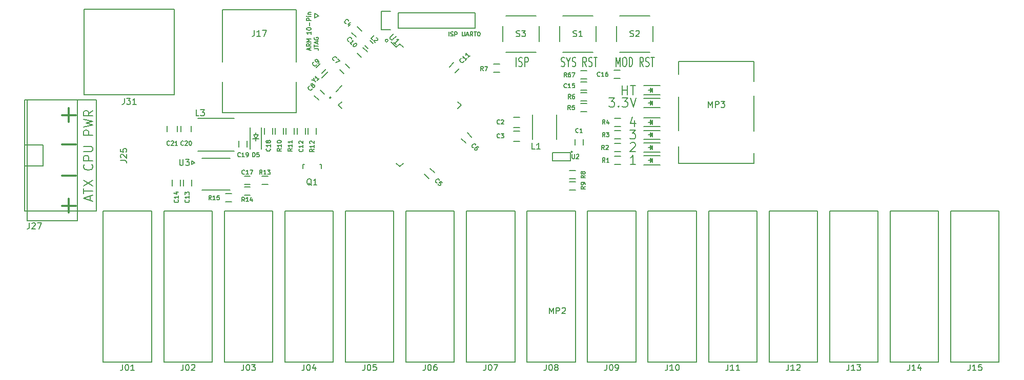
<source format=gbr>
G04 #@! TF.FileFunction,Legend,Top*
%FSLAX46Y46*%
G04 Gerber Fmt 4.6, Leading zero omitted, Abs format (unit mm)*
G04 Created by KiCad (PCBNEW 4.0.3+e1-6302~38~ubuntu14.04.1-stable) date Wed Sep 28 21:03:55 2016*
%MOMM*%
%LPD*%
G01*
G04 APERTURE LIST*
%ADD10C,0.100000*%
%ADD11C,0.200000*%
%ADD12C,0.150000*%
%ADD13C,0.300000*%
%ADD14C,0.152400*%
G04 APERTURE END LIST*
D10*
D11*
X100900000Y-74800000D02*
X100900000Y-75600000D01*
X101600000Y-75200000D02*
X100900000Y-74800000D01*
X100900000Y-75600000D02*
X101600000Y-75200000D01*
D12*
X100116667Y-80866667D02*
X100116667Y-80533333D01*
X100316667Y-80933333D02*
X99616667Y-80700000D01*
X100316667Y-80466667D01*
X100316667Y-79833333D02*
X99983333Y-80066667D01*
X100316667Y-80233333D02*
X99616667Y-80233333D01*
X99616667Y-79966667D01*
X99650000Y-79900000D01*
X99683333Y-79866667D01*
X99750000Y-79833333D01*
X99850000Y-79833333D01*
X99916667Y-79866667D01*
X99950000Y-79900000D01*
X99983333Y-79966667D01*
X99983333Y-80233333D01*
X100316667Y-79533333D02*
X99616667Y-79533333D01*
X100116667Y-79300000D01*
X99616667Y-79066667D01*
X100316667Y-79066667D01*
X100316667Y-77833334D02*
X100316667Y-78233334D01*
X100316667Y-78033334D02*
X99616667Y-78033334D01*
X99716667Y-78100000D01*
X99783333Y-78166667D01*
X99816667Y-78233334D01*
X99616667Y-77400000D02*
X99616667Y-77333333D01*
X99650000Y-77266667D01*
X99683333Y-77233333D01*
X99750000Y-77200000D01*
X99883333Y-77166667D01*
X100050000Y-77166667D01*
X100183333Y-77200000D01*
X100250000Y-77233333D01*
X100283333Y-77266667D01*
X100316667Y-77333333D01*
X100316667Y-77400000D01*
X100283333Y-77466667D01*
X100250000Y-77500000D01*
X100183333Y-77533333D01*
X100050000Y-77566667D01*
X99883333Y-77566667D01*
X99750000Y-77533333D01*
X99683333Y-77500000D01*
X99650000Y-77466667D01*
X99616667Y-77400000D01*
X100050000Y-76866666D02*
X100050000Y-76333333D01*
X100316667Y-75999999D02*
X99616667Y-75999999D01*
X99616667Y-75733333D01*
X99650000Y-75666666D01*
X99683333Y-75633333D01*
X99750000Y-75599999D01*
X99850000Y-75599999D01*
X99916667Y-75633333D01*
X99950000Y-75666666D01*
X99983333Y-75733333D01*
X99983333Y-75999999D01*
X100316667Y-75299999D02*
X99850000Y-75299999D01*
X99616667Y-75299999D02*
X99650000Y-75333333D01*
X99683333Y-75299999D01*
X99650000Y-75266666D01*
X99616667Y-75299999D01*
X99683333Y-75299999D01*
X99850000Y-74966666D02*
X100316667Y-74966666D01*
X99916667Y-74966666D02*
X99883333Y-74933333D01*
X99850000Y-74866666D01*
X99850000Y-74766666D01*
X99883333Y-74700000D01*
X99950000Y-74666666D01*
X100316667Y-74666666D01*
X100816667Y-80633333D02*
X101316667Y-80633333D01*
X101416667Y-80666667D01*
X101483333Y-80733333D01*
X101516667Y-80833333D01*
X101516667Y-80900000D01*
X100816667Y-80400000D02*
X100816667Y-80000000D01*
X101516667Y-80200000D02*
X100816667Y-80200000D01*
X101316667Y-79800001D02*
X101316667Y-79466667D01*
X101516667Y-79866667D02*
X100816667Y-79633334D01*
X101516667Y-79400001D01*
X100850000Y-78800001D02*
X100816667Y-78866667D01*
X100816667Y-78966667D01*
X100850000Y-79066667D01*
X100916667Y-79133334D01*
X100983333Y-79166667D01*
X101116667Y-79200001D01*
X101216667Y-79200001D01*
X101350000Y-79166667D01*
X101416667Y-79133334D01*
X101483333Y-79066667D01*
X101516667Y-78966667D01*
X101516667Y-78900001D01*
X101483333Y-78800001D01*
X101450000Y-78766667D01*
X101216667Y-78766667D01*
X101216667Y-78900001D01*
X123083334Y-78566667D02*
X123083334Y-77866667D01*
X123383333Y-78533333D02*
X123483333Y-78566667D01*
X123650000Y-78566667D01*
X123716667Y-78533333D01*
X123750000Y-78500000D01*
X123783333Y-78433333D01*
X123783333Y-78366667D01*
X123750000Y-78300000D01*
X123716667Y-78266667D01*
X123650000Y-78233333D01*
X123516667Y-78200000D01*
X123450000Y-78166667D01*
X123416667Y-78133333D01*
X123383333Y-78066667D01*
X123383333Y-78000000D01*
X123416667Y-77933333D01*
X123450000Y-77900000D01*
X123516667Y-77866667D01*
X123683333Y-77866667D01*
X123783333Y-77900000D01*
X124083334Y-78566667D02*
X124083334Y-77866667D01*
X124350000Y-77866667D01*
X124416667Y-77900000D01*
X124450000Y-77933333D01*
X124483334Y-78000000D01*
X124483334Y-78100000D01*
X124450000Y-78166667D01*
X124416667Y-78200000D01*
X124350000Y-78233333D01*
X124083334Y-78233333D01*
X125316667Y-77866667D02*
X125316667Y-78433333D01*
X125350000Y-78500000D01*
X125383333Y-78533333D01*
X125450000Y-78566667D01*
X125583333Y-78566667D01*
X125650000Y-78533333D01*
X125683333Y-78500000D01*
X125716667Y-78433333D01*
X125716667Y-77866667D01*
X126016666Y-78366667D02*
X126350000Y-78366667D01*
X125950000Y-78566667D02*
X126183333Y-77866667D01*
X126416666Y-78566667D01*
X127050000Y-78566667D02*
X126816666Y-78233333D01*
X126650000Y-78566667D02*
X126650000Y-77866667D01*
X126916666Y-77866667D01*
X126983333Y-77900000D01*
X127016666Y-77933333D01*
X127050000Y-78000000D01*
X127050000Y-78100000D01*
X127016666Y-78166667D01*
X126983333Y-78200000D01*
X126916666Y-78233333D01*
X126650000Y-78233333D01*
X127250000Y-77866667D02*
X127650000Y-77866667D01*
X127450000Y-78566667D02*
X127450000Y-77866667D01*
X128016666Y-77866667D02*
X128083333Y-77866667D01*
X128149999Y-77900000D01*
X128183333Y-77933333D01*
X128216666Y-78000000D01*
X128249999Y-78133333D01*
X128249999Y-78300000D01*
X128216666Y-78433333D01*
X128183333Y-78500000D01*
X128149999Y-78533333D01*
X128083333Y-78566667D01*
X128016666Y-78566667D01*
X127949999Y-78533333D01*
X127916666Y-78500000D01*
X127883333Y-78433333D01*
X127849999Y-78300000D01*
X127849999Y-78133333D01*
X127883333Y-78000000D01*
X127916666Y-77933333D01*
X127949999Y-77900000D01*
X128016666Y-77866667D01*
D13*
X59157143Y-101614286D02*
X61442857Y-101614286D01*
X59157143Y-96514286D02*
X61442857Y-96514286D01*
X59157143Y-91614286D02*
X61442857Y-91614286D01*
X60300000Y-92757143D02*
X60300000Y-90471429D01*
X59157143Y-106614286D02*
X61442857Y-106614286D01*
X60300000Y-107757143D02*
X60300000Y-105471429D01*
D11*
X113023607Y-79300000D02*
G75*
G03X113023607Y-79300000I-223607J0D01*
G01*
X134223810Y-83578571D02*
X134223810Y-82078571D01*
X134652381Y-83507143D02*
X134795238Y-83578571D01*
X135033334Y-83578571D01*
X135128572Y-83507143D01*
X135176191Y-83435714D01*
X135223810Y-83292857D01*
X135223810Y-83150000D01*
X135176191Y-83007143D01*
X135128572Y-82935714D01*
X135033334Y-82864286D01*
X134842857Y-82792857D01*
X134747619Y-82721429D01*
X134700000Y-82650000D01*
X134652381Y-82507143D01*
X134652381Y-82364286D01*
X134700000Y-82221429D01*
X134747619Y-82150000D01*
X134842857Y-82078571D01*
X135080953Y-82078571D01*
X135223810Y-82150000D01*
X135652381Y-83578571D02*
X135652381Y-82078571D01*
X136033334Y-82078571D01*
X136128572Y-82150000D01*
X136176191Y-82221429D01*
X136223810Y-82364286D01*
X136223810Y-82578571D01*
X136176191Y-82721429D01*
X136128572Y-82792857D01*
X136033334Y-82864286D01*
X135652381Y-82864286D01*
X150704762Y-83578571D02*
X150704762Y-82078571D01*
X151038096Y-83150000D01*
X151371429Y-82078571D01*
X151371429Y-83578571D01*
X152038095Y-82078571D02*
X152228572Y-82078571D01*
X152323810Y-82150000D01*
X152419048Y-82292857D01*
X152466667Y-82578571D01*
X152466667Y-83078571D01*
X152419048Y-83364286D01*
X152323810Y-83507143D01*
X152228572Y-83578571D01*
X152038095Y-83578571D01*
X151942857Y-83507143D01*
X151847619Y-83364286D01*
X151800000Y-83078571D01*
X151800000Y-82578571D01*
X151847619Y-82292857D01*
X151942857Y-82150000D01*
X152038095Y-82078571D01*
X152895238Y-83578571D02*
X152895238Y-82078571D01*
X153133333Y-82078571D01*
X153276191Y-82150000D01*
X153371429Y-82292857D01*
X153419048Y-82435714D01*
X153466667Y-82721429D01*
X153466667Y-82935714D01*
X153419048Y-83221429D01*
X153371429Y-83364286D01*
X153276191Y-83507143D01*
X153133333Y-83578571D01*
X152895238Y-83578571D01*
X155228572Y-83578571D02*
X154895238Y-82864286D01*
X154657143Y-83578571D02*
X154657143Y-82078571D01*
X155038096Y-82078571D01*
X155133334Y-82150000D01*
X155180953Y-82221429D01*
X155228572Y-82364286D01*
X155228572Y-82578571D01*
X155180953Y-82721429D01*
X155133334Y-82792857D01*
X155038096Y-82864286D01*
X154657143Y-82864286D01*
X155609524Y-83507143D02*
X155752381Y-83578571D01*
X155990477Y-83578571D01*
X156085715Y-83507143D01*
X156133334Y-83435714D01*
X156180953Y-83292857D01*
X156180953Y-83150000D01*
X156133334Y-83007143D01*
X156085715Y-82935714D01*
X155990477Y-82864286D01*
X155800000Y-82792857D01*
X155704762Y-82721429D01*
X155657143Y-82650000D01*
X155609524Y-82507143D01*
X155609524Y-82364286D01*
X155657143Y-82221429D01*
X155704762Y-82150000D01*
X155800000Y-82078571D01*
X156038096Y-82078571D01*
X156180953Y-82150000D01*
X156466667Y-82078571D02*
X157038096Y-82078571D01*
X156752381Y-83578571D02*
X156752381Y-82078571D01*
X141671428Y-83507143D02*
X141814285Y-83578571D01*
X142052381Y-83578571D01*
X142147619Y-83507143D01*
X142195238Y-83435714D01*
X142242857Y-83292857D01*
X142242857Y-83150000D01*
X142195238Y-83007143D01*
X142147619Y-82935714D01*
X142052381Y-82864286D01*
X141861904Y-82792857D01*
X141766666Y-82721429D01*
X141719047Y-82650000D01*
X141671428Y-82507143D01*
X141671428Y-82364286D01*
X141719047Y-82221429D01*
X141766666Y-82150000D01*
X141861904Y-82078571D01*
X142100000Y-82078571D01*
X142242857Y-82150000D01*
X142861904Y-82864286D02*
X142861904Y-83578571D01*
X142528571Y-82078571D02*
X142861904Y-82864286D01*
X143195238Y-82078571D01*
X143480952Y-83507143D02*
X143623809Y-83578571D01*
X143861905Y-83578571D01*
X143957143Y-83507143D01*
X144004762Y-83435714D01*
X144052381Y-83292857D01*
X144052381Y-83150000D01*
X144004762Y-83007143D01*
X143957143Y-82935714D01*
X143861905Y-82864286D01*
X143671428Y-82792857D01*
X143576190Y-82721429D01*
X143528571Y-82650000D01*
X143480952Y-82507143D01*
X143480952Y-82364286D01*
X143528571Y-82221429D01*
X143576190Y-82150000D01*
X143671428Y-82078571D01*
X143909524Y-82078571D01*
X144052381Y-82150000D01*
X145814286Y-83578571D02*
X145480952Y-82864286D01*
X145242857Y-83578571D02*
X145242857Y-82078571D01*
X145623810Y-82078571D01*
X145719048Y-82150000D01*
X145766667Y-82221429D01*
X145814286Y-82364286D01*
X145814286Y-82578571D01*
X145766667Y-82721429D01*
X145719048Y-82792857D01*
X145623810Y-82864286D01*
X145242857Y-82864286D01*
X146195238Y-83507143D02*
X146338095Y-83578571D01*
X146576191Y-83578571D01*
X146671429Y-83507143D01*
X146719048Y-83435714D01*
X146766667Y-83292857D01*
X146766667Y-83150000D01*
X146719048Y-83007143D01*
X146671429Y-82935714D01*
X146576191Y-82864286D01*
X146385714Y-82792857D01*
X146290476Y-82721429D01*
X146242857Y-82650000D01*
X146195238Y-82507143D01*
X146195238Y-82364286D01*
X146242857Y-82221429D01*
X146290476Y-82150000D01*
X146385714Y-82078571D01*
X146623810Y-82078571D01*
X146766667Y-82150000D01*
X147052381Y-82078571D02*
X147623810Y-82078571D01*
X147338095Y-83578571D02*
X147338095Y-82078571D01*
X151742857Y-88278571D02*
X151742857Y-86778571D01*
X151742857Y-87492857D02*
X152600000Y-87492857D01*
X152600000Y-88278571D02*
X152600000Y-86778571D01*
X153100000Y-86778571D02*
X153957143Y-86778571D01*
X153528572Y-88278571D02*
X153528572Y-86778571D01*
X153800000Y-92478571D02*
X153800000Y-93478571D01*
X153442857Y-91907143D02*
X153085714Y-92978571D01*
X154014286Y-92978571D01*
X153014286Y-94078571D02*
X153942857Y-94078571D01*
X153442857Y-94650000D01*
X153657143Y-94650000D01*
X153800000Y-94721429D01*
X153871429Y-94792857D01*
X153942857Y-94935714D01*
X153942857Y-95292857D01*
X153871429Y-95435714D01*
X153800000Y-95507143D01*
X153657143Y-95578571D01*
X153228571Y-95578571D01*
X153085714Y-95507143D01*
X153014286Y-95435714D01*
X153085714Y-96321429D02*
X153157143Y-96250000D01*
X153300000Y-96178571D01*
X153657143Y-96178571D01*
X153800000Y-96250000D01*
X153871429Y-96321429D01*
X153942857Y-96464286D01*
X153942857Y-96607143D01*
X153871429Y-96821429D01*
X153014286Y-97678571D01*
X153942857Y-97678571D01*
X153942857Y-99778571D02*
X153085714Y-99778571D01*
X153514286Y-99778571D02*
X153514286Y-98278571D01*
X153371429Y-98492857D01*
X153228571Y-98635714D01*
X153085714Y-98707143D01*
X149557144Y-88778571D02*
X150485715Y-88778571D01*
X149985715Y-89350000D01*
X150200001Y-89350000D01*
X150342858Y-89421429D01*
X150414287Y-89492857D01*
X150485715Y-89635714D01*
X150485715Y-89992857D01*
X150414287Y-90135714D01*
X150342858Y-90207143D01*
X150200001Y-90278571D01*
X149771429Y-90278571D01*
X149628572Y-90207143D01*
X149557144Y-90135714D01*
X151128572Y-90135714D02*
X151200000Y-90207143D01*
X151128572Y-90278571D01*
X151057143Y-90207143D01*
X151128572Y-90135714D01*
X151128572Y-90278571D01*
X151700001Y-88778571D02*
X152628572Y-88778571D01*
X152128572Y-89350000D01*
X152342858Y-89350000D01*
X152485715Y-89421429D01*
X152557144Y-89492857D01*
X152628572Y-89635714D01*
X152628572Y-89992857D01*
X152557144Y-90135714D01*
X152485715Y-90207143D01*
X152342858Y-90278571D01*
X151914286Y-90278571D01*
X151771429Y-90207143D01*
X151700001Y-90135714D01*
X153057143Y-88778571D02*
X153557143Y-90278571D01*
X154057143Y-88778571D01*
D12*
X158000000Y-88850000D02*
X155300000Y-88850000D01*
X158000000Y-90350000D02*
X155300000Y-90350000D01*
X156500000Y-89450000D02*
X156500000Y-89700000D01*
X156500000Y-89700000D02*
X156650000Y-89550000D01*
X156750000Y-89950000D02*
X156750000Y-89250000D01*
X156400000Y-89600000D02*
X156050000Y-89600000D01*
X156750000Y-89600000D02*
X156400000Y-89950000D01*
X156400000Y-89950000D02*
X156400000Y-89250000D01*
X156400000Y-89250000D02*
X156750000Y-89600000D01*
X158000000Y-86750000D02*
X155300000Y-86750000D01*
X158000000Y-88250000D02*
X155300000Y-88250000D01*
X156500000Y-87350000D02*
X156500000Y-87600000D01*
X156500000Y-87600000D02*
X156650000Y-87450000D01*
X156750000Y-87850000D02*
X156750000Y-87150000D01*
X156400000Y-87500000D02*
X156050000Y-87500000D01*
X156750000Y-87500000D02*
X156400000Y-87850000D01*
X156400000Y-87850000D02*
X156400000Y-87150000D01*
X156400000Y-87150000D02*
X156750000Y-87500000D01*
X158000000Y-98350000D02*
X155300000Y-98350000D01*
X158000000Y-99850000D02*
X155300000Y-99850000D01*
X156500000Y-98950000D02*
X156500000Y-99200000D01*
X156500000Y-99200000D02*
X156650000Y-99050000D01*
X156750000Y-99450000D02*
X156750000Y-98750000D01*
X156400000Y-99100000D02*
X156050000Y-99100000D01*
X156750000Y-99100000D02*
X156400000Y-99450000D01*
X156400000Y-99450000D02*
X156400000Y-98750000D01*
X156400000Y-98750000D02*
X156750000Y-99100000D01*
X158000000Y-96250000D02*
X155300000Y-96250000D01*
X158000000Y-97750000D02*
X155300000Y-97750000D01*
X156500000Y-96850000D02*
X156500000Y-97100000D01*
X156500000Y-97100000D02*
X156650000Y-96950000D01*
X156750000Y-97350000D02*
X156750000Y-96650000D01*
X156400000Y-97000000D02*
X156050000Y-97000000D01*
X156750000Y-97000000D02*
X156400000Y-97350000D01*
X156400000Y-97350000D02*
X156400000Y-96650000D01*
X156400000Y-96650000D02*
X156750000Y-97000000D01*
X158000000Y-94150000D02*
X155300000Y-94150000D01*
X158000000Y-95650000D02*
X155300000Y-95650000D01*
X156500000Y-94750000D02*
X156500000Y-95000000D01*
X156500000Y-95000000D02*
X156650000Y-94850000D01*
X156750000Y-95250000D02*
X156750000Y-94550000D01*
X156400000Y-94900000D02*
X156050000Y-94900000D01*
X156750000Y-94900000D02*
X156400000Y-95250000D01*
X156400000Y-95250000D02*
X156400000Y-94550000D01*
X156400000Y-94550000D02*
X156750000Y-94900000D01*
X158000000Y-92050000D02*
X155300000Y-92050000D01*
X158000000Y-93550000D02*
X155300000Y-93550000D01*
X156500000Y-92650000D02*
X156500000Y-92900000D01*
X156500000Y-92900000D02*
X156650000Y-92750000D01*
X156750000Y-93150000D02*
X156750000Y-92450000D01*
X156400000Y-92800000D02*
X156050000Y-92800000D01*
X156750000Y-92800000D02*
X156400000Y-93150000D01*
X156400000Y-93150000D02*
X156400000Y-92450000D01*
X156400000Y-92450000D02*
X156750000Y-92800000D01*
X156000000Y-132500000D02*
X156000000Y-107500000D01*
X164000000Y-132500000D02*
X164000000Y-107500000D01*
X156000000Y-107500000D02*
X164000000Y-107500000D01*
X156000000Y-132500000D02*
X164000000Y-132500000D01*
X166000000Y-132500000D02*
X166000000Y-107500000D01*
X174000000Y-132500000D02*
X174000000Y-107500000D01*
X166000000Y-107500000D02*
X174000000Y-107500000D01*
X166000000Y-132500000D02*
X174000000Y-132500000D01*
X176000000Y-132500000D02*
X176000000Y-107500000D01*
X184000000Y-132500000D02*
X184000000Y-107500000D01*
X176000000Y-107500000D02*
X184000000Y-107500000D01*
X176000000Y-132500000D02*
X184000000Y-132500000D01*
X186000000Y-132500000D02*
X186000000Y-107500000D01*
X194000000Y-132500000D02*
X194000000Y-107500000D01*
X186000000Y-107500000D02*
X194000000Y-107500000D01*
X186000000Y-132500000D02*
X194000000Y-132500000D01*
X196000000Y-132500000D02*
X196000000Y-107500000D01*
X204000000Y-132500000D02*
X204000000Y-107500000D01*
X196000000Y-107500000D02*
X204000000Y-107500000D01*
X196000000Y-132500000D02*
X204000000Y-132500000D01*
X206000000Y-132500000D02*
X206000000Y-107500000D01*
X214000000Y-132500000D02*
X214000000Y-107500000D01*
X206000000Y-107500000D02*
X214000000Y-107500000D01*
X206000000Y-132500000D02*
X214000000Y-132500000D01*
X97866000Y-82850000D02*
X97866000Y-74214000D01*
X97866000Y-91232000D02*
X97866000Y-86152000D01*
X85674000Y-82850000D02*
X85674000Y-74214000D01*
X85674000Y-91232000D02*
X85674000Y-86152000D01*
X85674000Y-74214000D02*
X97866000Y-74214000D01*
X97866000Y-91232000D02*
X85674000Y-91232000D01*
X56050000Y-96600000D02*
X56050000Y-100000000D01*
X53050000Y-100000000D02*
X56050000Y-100000000D01*
X53050000Y-96600000D02*
X56050000Y-96600000D01*
X64900000Y-89100000D02*
X53050000Y-89100000D01*
X64900000Y-107500000D02*
X53050000Y-107500000D01*
X53050000Y-107500000D02*
X53050000Y-89100000D01*
X64900000Y-107500000D02*
X64900000Y-89100000D01*
D14*
X61750000Y-89100000D02*
X61750000Y-109100000D01*
X53450000Y-89100000D02*
X53450000Y-109100000D01*
X53450000Y-109100000D02*
X61750000Y-109100000D01*
X53450000Y-89100000D02*
X61750000Y-89100000D01*
D12*
X62870000Y-88245120D02*
X62870000Y-74148120D01*
X77730000Y-74148120D02*
X77730000Y-88245120D01*
X62870000Y-88245120D02*
X77730000Y-88245120D01*
X62870000Y-74148120D02*
X77730000Y-74148120D01*
D14*
X140900000Y-91600000D02*
X140900000Y-95600000D01*
X136900000Y-91600000D02*
X136900000Y-95600000D01*
D12*
X110101777Y-79278249D02*
X110596751Y-79773223D01*
X109748223Y-80621751D02*
X109253249Y-80126777D01*
X101799160Y-99749760D02*
X101750900Y-99749760D01*
X99000180Y-100450800D02*
X99000180Y-99749760D01*
X99000180Y-99749760D02*
X99249100Y-99749760D01*
X101799160Y-99749760D02*
X101999820Y-99749760D01*
X101999820Y-99749760D02*
X101999820Y-100450800D01*
X146900000Y-75200000D02*
X141900000Y-75200000D01*
X146900000Y-81200000D02*
X141900000Y-81200000D01*
X147400000Y-79500000D02*
X147400000Y-76900000D01*
X141400000Y-79500000D02*
X141400000Y-76900000D01*
X156300000Y-75200000D02*
X151300000Y-75200000D01*
X156300000Y-81200000D02*
X151300000Y-81200000D01*
X156800000Y-79500000D02*
X156800000Y-76900000D01*
X150800000Y-79500000D02*
X150800000Y-76900000D01*
X137500000Y-75200000D02*
X132500000Y-75200000D01*
X137500000Y-81200000D02*
X132500000Y-81200000D01*
X138000000Y-79500000D02*
X138000000Y-76900000D01*
X132000000Y-79500000D02*
X132000000Y-76900000D01*
X115000000Y-79853018D02*
X114434315Y-80418703D01*
X125146982Y-90000000D02*
X124581297Y-90565685D01*
X115000000Y-100146982D02*
X115565685Y-99581297D01*
X104853018Y-90000000D02*
X105418703Y-89434315D01*
X115000000Y-79853018D02*
X115565685Y-80418703D01*
X104853018Y-90000000D02*
X105418703Y-90565685D01*
X115000000Y-100146982D02*
X114434315Y-99581297D01*
X125146982Y-90000000D02*
X124581297Y-89434315D01*
X114434315Y-80418703D02*
X113532753Y-79517142D01*
X143500000Y-97700000D02*
G75*
G03X143500000Y-97700000I-100000J0D01*
G01*
X143150000Y-99150000D02*
X143150000Y-97850000D01*
X140250000Y-99150000D02*
X143150000Y-99150000D01*
X140250000Y-97850000D02*
X140250000Y-99150000D01*
X143150000Y-97850000D02*
X140250000Y-97850000D01*
X66000000Y-132500000D02*
X66000000Y-107500000D01*
X74000000Y-132500000D02*
X74000000Y-107500000D01*
X66000000Y-107500000D02*
X74000000Y-107500000D01*
X66000000Y-132500000D02*
X74000000Y-132500000D01*
X76000000Y-132500000D02*
X76000000Y-107500000D01*
X84000000Y-132500000D02*
X84000000Y-107500000D01*
X76000000Y-107500000D02*
X84000000Y-107500000D01*
X76000000Y-132500000D02*
X84000000Y-132500000D01*
X86000000Y-132500000D02*
X86000000Y-107500000D01*
X94000000Y-132500000D02*
X94000000Y-107500000D01*
X86000000Y-107500000D02*
X94000000Y-107500000D01*
X86000000Y-132500000D02*
X94000000Y-132500000D01*
X96000000Y-132500000D02*
X96000000Y-107500000D01*
X104000000Y-132500000D02*
X104000000Y-107500000D01*
X96000000Y-107500000D02*
X104000000Y-107500000D01*
X96000000Y-132500000D02*
X104000000Y-132500000D01*
X106000000Y-132500000D02*
X106000000Y-107500000D01*
X114000000Y-132500000D02*
X114000000Y-107500000D01*
X106000000Y-107500000D02*
X114000000Y-107500000D01*
X106000000Y-132500000D02*
X114000000Y-132500000D01*
X116000000Y-132500000D02*
X116000000Y-107500000D01*
X124000000Y-132500000D02*
X124000000Y-107500000D01*
X116000000Y-107500000D02*
X124000000Y-107500000D01*
X116000000Y-132500000D02*
X124000000Y-132500000D01*
X126000000Y-132500000D02*
X126000000Y-107500000D01*
X134000000Y-132500000D02*
X134000000Y-107500000D01*
X126000000Y-107500000D02*
X134000000Y-107500000D01*
X126000000Y-132500000D02*
X134000000Y-132500000D01*
X136000000Y-132500000D02*
X136000000Y-107500000D01*
X144000000Y-132500000D02*
X144000000Y-107500000D01*
X136000000Y-107500000D02*
X144000000Y-107500000D01*
X136000000Y-132500000D02*
X144000000Y-132500000D01*
X146000000Y-132500000D02*
X146000000Y-107500000D01*
X154000000Y-132500000D02*
X154000000Y-107500000D01*
X146000000Y-107500000D02*
X154000000Y-107500000D01*
X146000000Y-132500000D02*
X154000000Y-132500000D01*
X119776256Y-102130850D02*
X119069150Y-101423744D01*
X120023744Y-100469150D02*
X120730850Y-101176256D01*
X125876256Y-96230850D02*
X125169150Y-95523744D01*
X126123744Y-94569150D02*
X126830850Y-95276256D01*
X106023744Y-83169150D02*
X106730850Y-83876256D01*
X105776256Y-84830850D02*
X105069150Y-84123744D01*
X124830850Y-83923744D02*
X124123744Y-84630850D01*
X123169150Y-83676256D02*
X123876256Y-82969150D01*
X107998744Y-77044150D02*
X108705850Y-77751256D01*
X107751256Y-78705850D02*
X107044150Y-77998744D01*
X108923744Y-80444150D02*
X109630850Y-81151256D01*
X108676256Y-82105850D02*
X107969150Y-81398744D01*
X101823744Y-87469150D02*
X102530850Y-88176256D01*
X101576256Y-89130850D02*
X100869150Y-88423744D01*
X101169150Y-83776256D02*
X101876256Y-83069150D01*
X102830850Y-84023744D02*
X102123744Y-84730850D01*
X94425000Y-94800000D02*
X94425000Y-93800000D01*
X95775000Y-93800000D02*
X95775000Y-94800000D01*
X96225000Y-94800000D02*
X96225000Y-93800000D01*
X97575000Y-93800000D02*
X97575000Y-94800000D01*
X144900000Y-86125000D02*
X145900000Y-86125000D01*
X145900000Y-87475000D02*
X144900000Y-87475000D01*
X151400000Y-85575000D02*
X150400000Y-85575000D01*
X150400000Y-84225000D02*
X151400000Y-84225000D01*
X151500000Y-99775000D02*
X150500000Y-99775000D01*
X150500000Y-98425000D02*
X151500000Y-98425000D01*
X151500000Y-97675000D02*
X150500000Y-97675000D01*
X150500000Y-96325000D02*
X151500000Y-96325000D01*
X151500000Y-95575000D02*
X150500000Y-95575000D01*
X150500000Y-94225000D02*
X151500000Y-94225000D01*
X151500000Y-93475000D02*
X150500000Y-93475000D01*
X150500000Y-92125000D02*
X151500000Y-92125000D01*
X145900000Y-91075000D02*
X144900000Y-91075000D01*
X144900000Y-89725000D02*
X145900000Y-89725000D01*
X145900000Y-89275000D02*
X144900000Y-89275000D01*
X144900000Y-87925000D02*
X145900000Y-87925000D01*
X130500000Y-83225000D02*
X131500000Y-83225000D01*
X131500000Y-84575000D02*
X130500000Y-84575000D01*
X144900000Y-84325000D02*
X145900000Y-84325000D01*
X145900000Y-85675000D02*
X144900000Y-85675000D01*
X145275000Y-95600000D02*
X145275000Y-96600000D01*
X143925000Y-96600000D02*
X143925000Y-95600000D01*
X143000000Y-100825000D02*
X144000000Y-100825000D01*
X144000000Y-102175000D02*
X143000000Y-102175000D01*
X144000000Y-103975000D02*
X143000000Y-103975000D01*
X143000000Y-102625000D02*
X144000000Y-102625000D01*
X79225000Y-103300000D02*
X79225000Y-102300000D01*
X80575000Y-102300000D02*
X80575000Y-103300000D01*
X77425000Y-103300000D02*
X77425000Y-102300000D01*
X78775000Y-102300000D02*
X78775000Y-103300000D01*
X90300000Y-103075000D02*
X89300000Y-103075000D01*
X89300000Y-101725000D02*
X90300000Y-101725000D01*
X88425000Y-96900000D02*
X88425000Y-95900000D01*
X89775000Y-95900000D02*
X89775000Y-96900000D01*
D14*
X81600000Y-92200000D02*
X87600000Y-92200000D01*
X81600000Y-97600000D02*
X87600000Y-97600000D01*
D12*
X93200000Y-103075000D02*
X92200000Y-103075000D01*
X92200000Y-101725000D02*
X93200000Y-101725000D01*
X89300000Y-103525000D02*
X90300000Y-103525000D01*
X90300000Y-104875000D02*
X89300000Y-104875000D01*
X86200000Y-104625000D02*
X87200000Y-104625000D01*
X87200000Y-105975000D02*
X86200000Y-105975000D01*
D14*
X81100000Y-99500000D02*
X80600000Y-99200000D01*
X80600000Y-99200000D02*
X80600000Y-99800000D01*
X80600000Y-99800000D02*
X81100000Y-99500000D01*
D12*
X82275000Y-98800000D02*
X86925000Y-98800000D01*
X82275000Y-104000000D02*
X86925000Y-104000000D01*
X103623404Y-88751891D02*
G75*
G03X103623404Y-88751891I-141899J0D01*
G01*
X105461814Y-86770394D02*
X104470394Y-87761814D01*
X102138186Y-85429606D02*
X103129606Y-84438186D01*
X91200000Y-94882500D02*
X91200000Y-94501500D01*
X91200000Y-95898500D02*
X91200000Y-95517500D01*
X91200000Y-95517500D02*
X90819000Y-94882500D01*
X90819000Y-94882500D02*
X91581000Y-94882500D01*
X91581000Y-94882500D02*
X91200000Y-95517500D01*
X90692000Y-95517500D02*
X91708000Y-95517500D01*
X92100000Y-97200000D02*
X92100000Y-93660000D01*
X90300000Y-97200000D02*
X90300000Y-93660000D01*
X76550000Y-93400000D02*
X76550000Y-94400000D01*
X78250000Y-94400000D02*
X78250000Y-93400000D01*
X78850000Y-93400000D02*
X78850000Y-94400000D01*
X80550000Y-94400000D02*
X80550000Y-93400000D01*
X133800000Y-95950000D02*
X134800000Y-95950000D01*
X134800000Y-94250000D02*
X133800000Y-94250000D01*
X133800000Y-93650000D02*
X134800000Y-93650000D01*
X134800000Y-91950000D02*
X133800000Y-91950000D01*
D14*
X173515000Y-82800000D02*
X173515000Y-86100000D01*
X161085000Y-82800000D02*
X161085000Y-84900000D01*
X173515000Y-99600000D02*
X173515000Y-97900000D01*
X161085000Y-96800000D02*
X161085000Y-99600000D01*
X173515000Y-88400000D02*
X173515000Y-94300000D01*
X161085000Y-88600000D02*
X161085000Y-94200000D01*
X161085000Y-99600000D02*
X173515000Y-99600000D01*
X161085000Y-82800000D02*
X173515000Y-82800000D01*
D12*
X99375000Y-93800000D02*
X99375000Y-94800000D01*
X98025000Y-94800000D02*
X98025000Y-93800000D01*
X93975000Y-93800000D02*
X93975000Y-94800000D01*
X92625000Y-94800000D02*
X92625000Y-93800000D01*
X101175000Y-93800000D02*
X101175000Y-94800000D01*
X99825000Y-94800000D02*
X99825000Y-93800000D01*
X114720000Y-77270000D02*
X127420000Y-77270000D01*
X127420000Y-77270000D02*
X127420000Y-74730000D01*
X127420000Y-74730000D02*
X114720000Y-74730000D01*
X111900000Y-77550000D02*
X113450000Y-77550000D01*
X114720000Y-77270000D02*
X114720000Y-74730000D01*
X113450000Y-74450000D02*
X111900000Y-74450000D01*
X111900000Y-74450000D02*
X111900000Y-77550000D01*
X159190477Y-132852381D02*
X159190477Y-133566667D01*
X159142857Y-133709524D01*
X159047619Y-133804762D01*
X158904762Y-133852381D01*
X158809524Y-133852381D01*
X160190477Y-133852381D02*
X159619048Y-133852381D01*
X159904762Y-133852381D02*
X159904762Y-132852381D01*
X159809524Y-132995238D01*
X159714286Y-133090476D01*
X159619048Y-133138095D01*
X160809524Y-132852381D02*
X160904763Y-132852381D01*
X161000001Y-132900000D01*
X161047620Y-132947619D01*
X161095239Y-133042857D01*
X161142858Y-133233333D01*
X161142858Y-133471429D01*
X161095239Y-133661905D01*
X161047620Y-133757143D01*
X161000001Y-133804762D01*
X160904763Y-133852381D01*
X160809524Y-133852381D01*
X160714286Y-133804762D01*
X160666667Y-133757143D01*
X160619048Y-133661905D01*
X160571429Y-133471429D01*
X160571429Y-133233333D01*
X160619048Y-133042857D01*
X160666667Y-132947619D01*
X160714286Y-132900000D01*
X160809524Y-132852381D01*
X169190477Y-132852381D02*
X169190477Y-133566667D01*
X169142857Y-133709524D01*
X169047619Y-133804762D01*
X168904762Y-133852381D01*
X168809524Y-133852381D01*
X170190477Y-133852381D02*
X169619048Y-133852381D01*
X169904762Y-133852381D02*
X169904762Y-132852381D01*
X169809524Y-132995238D01*
X169714286Y-133090476D01*
X169619048Y-133138095D01*
X171142858Y-133852381D02*
X170571429Y-133852381D01*
X170857143Y-133852381D02*
X170857143Y-132852381D01*
X170761905Y-132995238D01*
X170666667Y-133090476D01*
X170571429Y-133138095D01*
X179190477Y-132852381D02*
X179190477Y-133566667D01*
X179142857Y-133709524D01*
X179047619Y-133804762D01*
X178904762Y-133852381D01*
X178809524Y-133852381D01*
X180190477Y-133852381D02*
X179619048Y-133852381D01*
X179904762Y-133852381D02*
X179904762Y-132852381D01*
X179809524Y-132995238D01*
X179714286Y-133090476D01*
X179619048Y-133138095D01*
X180571429Y-132947619D02*
X180619048Y-132900000D01*
X180714286Y-132852381D01*
X180952382Y-132852381D01*
X181047620Y-132900000D01*
X181095239Y-132947619D01*
X181142858Y-133042857D01*
X181142858Y-133138095D01*
X181095239Y-133280952D01*
X180523810Y-133852381D01*
X181142858Y-133852381D01*
X189190477Y-132852381D02*
X189190477Y-133566667D01*
X189142857Y-133709524D01*
X189047619Y-133804762D01*
X188904762Y-133852381D01*
X188809524Y-133852381D01*
X190190477Y-133852381D02*
X189619048Y-133852381D01*
X189904762Y-133852381D02*
X189904762Y-132852381D01*
X189809524Y-132995238D01*
X189714286Y-133090476D01*
X189619048Y-133138095D01*
X190523810Y-132852381D02*
X191142858Y-132852381D01*
X190809524Y-133233333D01*
X190952382Y-133233333D01*
X191047620Y-133280952D01*
X191095239Y-133328571D01*
X191142858Y-133423810D01*
X191142858Y-133661905D01*
X191095239Y-133757143D01*
X191047620Y-133804762D01*
X190952382Y-133852381D01*
X190666667Y-133852381D01*
X190571429Y-133804762D01*
X190523810Y-133757143D01*
X199190477Y-132852381D02*
X199190477Y-133566667D01*
X199142857Y-133709524D01*
X199047619Y-133804762D01*
X198904762Y-133852381D01*
X198809524Y-133852381D01*
X200190477Y-133852381D02*
X199619048Y-133852381D01*
X199904762Y-133852381D02*
X199904762Y-132852381D01*
X199809524Y-132995238D01*
X199714286Y-133090476D01*
X199619048Y-133138095D01*
X201047620Y-133185714D02*
X201047620Y-133852381D01*
X200809524Y-132804762D02*
X200571429Y-133519048D01*
X201190477Y-133519048D01*
X209190477Y-132852381D02*
X209190477Y-133566667D01*
X209142857Y-133709524D01*
X209047619Y-133804762D01*
X208904762Y-133852381D01*
X208809524Y-133852381D01*
X210190477Y-133852381D02*
X209619048Y-133852381D01*
X209904762Y-133852381D02*
X209904762Y-132852381D01*
X209809524Y-132995238D01*
X209714286Y-133090476D01*
X209619048Y-133138095D01*
X211095239Y-132852381D02*
X210619048Y-132852381D01*
X210571429Y-133328571D01*
X210619048Y-133280952D01*
X210714286Y-133233333D01*
X210952382Y-133233333D01*
X211047620Y-133280952D01*
X211095239Y-133328571D01*
X211142858Y-133423810D01*
X211142858Y-133661905D01*
X211095239Y-133757143D01*
X211047620Y-133804762D01*
X210952382Y-133852381D01*
X210714286Y-133852381D01*
X210619048Y-133804762D01*
X210571429Y-133757143D01*
X90960477Y-77603381D02*
X90960477Y-78317667D01*
X90912857Y-78460524D01*
X90817619Y-78555762D01*
X90674762Y-78603381D01*
X90579524Y-78603381D01*
X91960477Y-78603381D02*
X91389048Y-78603381D01*
X91674762Y-78603381D02*
X91674762Y-77603381D01*
X91579524Y-77746238D01*
X91484286Y-77841476D01*
X91389048Y-77889095D01*
X92293810Y-77603381D02*
X92960477Y-77603381D01*
X92531905Y-78603381D01*
X68852381Y-99109523D02*
X69566667Y-99109523D01*
X69709524Y-99157143D01*
X69804762Y-99252381D01*
X69852381Y-99395238D01*
X69852381Y-99490476D01*
X68947619Y-98680952D02*
X68900000Y-98633333D01*
X68852381Y-98538095D01*
X68852381Y-98299999D01*
X68900000Y-98204761D01*
X68947619Y-98157142D01*
X69042857Y-98109523D01*
X69138095Y-98109523D01*
X69280952Y-98157142D01*
X69852381Y-98728571D01*
X69852381Y-98109523D01*
X68852381Y-97204761D02*
X68852381Y-97680952D01*
X69328571Y-97728571D01*
X69280952Y-97680952D01*
X69233333Y-97585714D01*
X69233333Y-97347618D01*
X69280952Y-97252380D01*
X69328571Y-97204761D01*
X69423810Y-97157142D01*
X69661905Y-97157142D01*
X69757143Y-97204761D01*
X69804762Y-97252380D01*
X69852381Y-97347618D01*
X69852381Y-97585714D01*
X69804762Y-97680952D01*
X69757143Y-97728571D01*
D11*
X63850000Y-105728571D02*
X63850000Y-105014285D01*
X64278571Y-105871428D02*
X62778571Y-105371428D01*
X64278571Y-104871428D01*
X62778571Y-104585714D02*
X62778571Y-103728571D01*
X64278571Y-104157142D02*
X62778571Y-104157142D01*
X62778571Y-103371428D02*
X64278571Y-102371428D01*
X62778571Y-102371428D02*
X64278571Y-103371428D01*
X64135714Y-99800000D02*
X64207143Y-99871429D01*
X64278571Y-100085715D01*
X64278571Y-100228572D01*
X64207143Y-100442857D01*
X64064286Y-100585715D01*
X63921429Y-100657143D01*
X63635714Y-100728572D01*
X63421429Y-100728572D01*
X63135714Y-100657143D01*
X62992857Y-100585715D01*
X62850000Y-100442857D01*
X62778571Y-100228572D01*
X62778571Y-100085715D01*
X62850000Y-99871429D01*
X62921429Y-99800000D01*
X64278571Y-99157143D02*
X62778571Y-99157143D01*
X62778571Y-98585715D01*
X62850000Y-98442857D01*
X62921429Y-98371429D01*
X63064286Y-98300000D01*
X63278571Y-98300000D01*
X63421429Y-98371429D01*
X63492857Y-98442857D01*
X63564286Y-98585715D01*
X63564286Y-99157143D01*
X62778571Y-97657143D02*
X63992857Y-97657143D01*
X64135714Y-97585715D01*
X64207143Y-97514286D01*
X64278571Y-97371429D01*
X64278571Y-97085715D01*
X64207143Y-96942857D01*
X64135714Y-96871429D01*
X63992857Y-96800000D01*
X62778571Y-96800000D01*
X64278571Y-94942857D02*
X62778571Y-94942857D01*
X62778571Y-94371429D01*
X62850000Y-94228571D01*
X62921429Y-94157143D01*
X63064286Y-94085714D01*
X63278571Y-94085714D01*
X63421429Y-94157143D01*
X63492857Y-94228571D01*
X63564286Y-94371429D01*
X63564286Y-94942857D01*
X62778571Y-93585714D02*
X64278571Y-93228571D01*
X63207143Y-92942857D01*
X64278571Y-92657143D01*
X62778571Y-92300000D01*
X64278571Y-90871428D02*
X63564286Y-91371428D01*
X64278571Y-91728571D02*
X62778571Y-91728571D01*
X62778571Y-91157143D01*
X62850000Y-91014285D01*
X62921429Y-90942857D01*
X63064286Y-90871428D01*
X63278571Y-90871428D01*
X63421429Y-90942857D01*
X63492857Y-91014285D01*
X63564286Y-91157143D01*
X63564286Y-91728571D01*
D12*
X53790477Y-109452381D02*
X53790477Y-110166667D01*
X53742857Y-110309524D01*
X53647619Y-110404762D01*
X53504762Y-110452381D01*
X53409524Y-110452381D01*
X54219048Y-109547619D02*
X54266667Y-109500000D01*
X54361905Y-109452381D01*
X54600001Y-109452381D01*
X54695239Y-109500000D01*
X54742858Y-109547619D01*
X54790477Y-109642857D01*
X54790477Y-109738095D01*
X54742858Y-109880952D01*
X54171429Y-110452381D01*
X54790477Y-110452381D01*
X55123810Y-109452381D02*
X55790477Y-109452381D01*
X55361905Y-110452381D01*
X69490477Y-88852381D02*
X69490477Y-89566667D01*
X69442857Y-89709524D01*
X69347619Y-89804762D01*
X69204762Y-89852381D01*
X69109524Y-89852381D01*
X69871429Y-88852381D02*
X70490477Y-88852381D01*
X70157143Y-89233333D01*
X70300001Y-89233333D01*
X70395239Y-89280952D01*
X70442858Y-89328571D01*
X70490477Y-89423810D01*
X70490477Y-89661905D01*
X70442858Y-89757143D01*
X70395239Y-89804762D01*
X70300001Y-89852381D01*
X70014286Y-89852381D01*
X69919048Y-89804762D01*
X69871429Y-89757143D01*
X71442858Y-89852381D02*
X70871429Y-89852381D01*
X71157143Y-89852381D02*
X71157143Y-88852381D01*
X71061905Y-88995238D01*
X70966667Y-89090476D01*
X70871429Y-89138095D01*
X137333334Y-97252381D02*
X136857143Y-97252381D01*
X136857143Y-96252381D01*
X138190477Y-97252381D02*
X137619048Y-97252381D01*
X137904762Y-97252381D02*
X137904762Y-96252381D01*
X137809524Y-96395238D01*
X137714286Y-96490476D01*
X137619048Y-96538095D01*
X110518587Y-79191421D02*
X110282885Y-78955719D01*
X110777859Y-78460745D01*
X111107843Y-78885008D02*
X111154983Y-78885009D01*
X111225693Y-78908579D01*
X111343545Y-79026430D01*
X111367115Y-79097141D01*
X111367115Y-79144281D01*
X111343545Y-79214991D01*
X111296404Y-79262132D01*
X111202123Y-79309273D01*
X110636438Y-79309273D01*
X110942851Y-79615685D01*
X100404762Y-103247619D02*
X100309524Y-103200000D01*
X100214286Y-103104762D01*
X100071429Y-102961905D01*
X99976190Y-102914286D01*
X99880952Y-102914286D01*
X99928571Y-103152381D02*
X99833333Y-103104762D01*
X99738095Y-103009524D01*
X99690476Y-102819048D01*
X99690476Y-102485714D01*
X99738095Y-102295238D01*
X99833333Y-102200000D01*
X99928571Y-102152381D01*
X100119048Y-102152381D01*
X100214286Y-102200000D01*
X100309524Y-102295238D01*
X100357143Y-102485714D01*
X100357143Y-102819048D01*
X100309524Y-103009524D01*
X100214286Y-103104762D01*
X100119048Y-103152381D01*
X99928571Y-103152381D01*
X101309524Y-103152381D02*
X100738095Y-103152381D01*
X101023809Y-103152381D02*
X101023809Y-102152381D01*
X100928571Y-102295238D01*
X100833333Y-102390476D01*
X100738095Y-102438095D01*
X143638095Y-78604762D02*
X143780952Y-78652381D01*
X144019048Y-78652381D01*
X144114286Y-78604762D01*
X144161905Y-78557143D01*
X144209524Y-78461905D01*
X144209524Y-78366667D01*
X144161905Y-78271429D01*
X144114286Y-78223810D01*
X144019048Y-78176190D01*
X143828571Y-78128571D01*
X143733333Y-78080952D01*
X143685714Y-78033333D01*
X143638095Y-77938095D01*
X143638095Y-77842857D01*
X143685714Y-77747619D01*
X143733333Y-77700000D01*
X143828571Y-77652381D01*
X144066667Y-77652381D01*
X144209524Y-77700000D01*
X145161905Y-78652381D02*
X144590476Y-78652381D01*
X144876190Y-78652381D02*
X144876190Y-77652381D01*
X144780952Y-77795238D01*
X144685714Y-77890476D01*
X144590476Y-77938095D01*
X153038095Y-78604762D02*
X153180952Y-78652381D01*
X153419048Y-78652381D01*
X153514286Y-78604762D01*
X153561905Y-78557143D01*
X153609524Y-78461905D01*
X153609524Y-78366667D01*
X153561905Y-78271429D01*
X153514286Y-78223810D01*
X153419048Y-78176190D01*
X153228571Y-78128571D01*
X153133333Y-78080952D01*
X153085714Y-78033333D01*
X153038095Y-77938095D01*
X153038095Y-77842857D01*
X153085714Y-77747619D01*
X153133333Y-77700000D01*
X153228571Y-77652381D01*
X153466667Y-77652381D01*
X153609524Y-77700000D01*
X153990476Y-77747619D02*
X154038095Y-77700000D01*
X154133333Y-77652381D01*
X154371429Y-77652381D01*
X154466667Y-77700000D01*
X154514286Y-77747619D01*
X154561905Y-77842857D01*
X154561905Y-77938095D01*
X154514286Y-78080952D01*
X153942857Y-78652381D01*
X154561905Y-78652381D01*
X134238095Y-78604762D02*
X134380952Y-78652381D01*
X134619048Y-78652381D01*
X134714286Y-78604762D01*
X134761905Y-78557143D01*
X134809524Y-78461905D01*
X134809524Y-78366667D01*
X134761905Y-78271429D01*
X134714286Y-78223810D01*
X134619048Y-78176190D01*
X134428571Y-78128571D01*
X134333333Y-78080952D01*
X134285714Y-78033333D01*
X134238095Y-77938095D01*
X134238095Y-77842857D01*
X134285714Y-77747619D01*
X134333333Y-77700000D01*
X134428571Y-77652381D01*
X134666667Y-77652381D01*
X134809524Y-77700000D01*
X135142857Y-77652381D02*
X135761905Y-77652381D01*
X135428571Y-78033333D01*
X135571429Y-78033333D01*
X135666667Y-78080952D01*
X135714286Y-78128571D01*
X135761905Y-78223810D01*
X135761905Y-78461905D01*
X135714286Y-78557143D01*
X135666667Y-78604762D01*
X135571429Y-78652381D01*
X135285714Y-78652381D01*
X135190476Y-78604762D01*
X135142857Y-78557143D01*
X113948477Y-78174027D02*
X113376057Y-78746447D01*
X113342385Y-78847462D01*
X113342385Y-78914805D01*
X113376057Y-79015820D01*
X113510745Y-79150508D01*
X113611760Y-79184180D01*
X113679103Y-79184180D01*
X113780118Y-79150508D01*
X114352538Y-78578088D01*
X114352538Y-79992302D02*
X113948477Y-79588240D01*
X114150507Y-79790271D02*
X114857614Y-79083164D01*
X114689255Y-79116836D01*
X114554569Y-79116836D01*
X114453553Y-79083164D01*
X143466667Y-98116667D02*
X143466667Y-98683333D01*
X143500000Y-98750000D01*
X143533333Y-98783333D01*
X143600000Y-98816667D01*
X143733333Y-98816667D01*
X143800000Y-98783333D01*
X143833333Y-98750000D01*
X143866667Y-98683333D01*
X143866667Y-98116667D01*
X144166666Y-98183333D02*
X144200000Y-98150000D01*
X144266666Y-98116667D01*
X144433333Y-98116667D01*
X144500000Y-98150000D01*
X144533333Y-98183333D01*
X144566666Y-98250000D01*
X144566666Y-98316667D01*
X144533333Y-98416667D01*
X144133333Y-98816667D01*
X144566666Y-98816667D01*
X69190477Y-132852381D02*
X69190477Y-133566667D01*
X69142857Y-133709524D01*
X69047619Y-133804762D01*
X68904762Y-133852381D01*
X68809524Y-133852381D01*
X69857143Y-132852381D02*
X69952382Y-132852381D01*
X70047620Y-132900000D01*
X70095239Y-132947619D01*
X70142858Y-133042857D01*
X70190477Y-133233333D01*
X70190477Y-133471429D01*
X70142858Y-133661905D01*
X70095239Y-133757143D01*
X70047620Y-133804762D01*
X69952382Y-133852381D01*
X69857143Y-133852381D01*
X69761905Y-133804762D01*
X69714286Y-133757143D01*
X69666667Y-133661905D01*
X69619048Y-133471429D01*
X69619048Y-133233333D01*
X69666667Y-133042857D01*
X69714286Y-132947619D01*
X69761905Y-132900000D01*
X69857143Y-132852381D01*
X71142858Y-133852381D02*
X70571429Y-133852381D01*
X70857143Y-133852381D02*
X70857143Y-132852381D01*
X70761905Y-132995238D01*
X70666667Y-133090476D01*
X70571429Y-133138095D01*
X79190477Y-132852381D02*
X79190477Y-133566667D01*
X79142857Y-133709524D01*
X79047619Y-133804762D01*
X78904762Y-133852381D01*
X78809524Y-133852381D01*
X79857143Y-132852381D02*
X79952382Y-132852381D01*
X80047620Y-132900000D01*
X80095239Y-132947619D01*
X80142858Y-133042857D01*
X80190477Y-133233333D01*
X80190477Y-133471429D01*
X80142858Y-133661905D01*
X80095239Y-133757143D01*
X80047620Y-133804762D01*
X79952382Y-133852381D01*
X79857143Y-133852381D01*
X79761905Y-133804762D01*
X79714286Y-133757143D01*
X79666667Y-133661905D01*
X79619048Y-133471429D01*
X79619048Y-133233333D01*
X79666667Y-133042857D01*
X79714286Y-132947619D01*
X79761905Y-132900000D01*
X79857143Y-132852381D01*
X80571429Y-132947619D02*
X80619048Y-132900000D01*
X80714286Y-132852381D01*
X80952382Y-132852381D01*
X81047620Y-132900000D01*
X81095239Y-132947619D01*
X81142858Y-133042857D01*
X81142858Y-133138095D01*
X81095239Y-133280952D01*
X80523810Y-133852381D01*
X81142858Y-133852381D01*
X89190477Y-132852381D02*
X89190477Y-133566667D01*
X89142857Y-133709524D01*
X89047619Y-133804762D01*
X88904762Y-133852381D01*
X88809524Y-133852381D01*
X89857143Y-132852381D02*
X89952382Y-132852381D01*
X90047620Y-132900000D01*
X90095239Y-132947619D01*
X90142858Y-133042857D01*
X90190477Y-133233333D01*
X90190477Y-133471429D01*
X90142858Y-133661905D01*
X90095239Y-133757143D01*
X90047620Y-133804762D01*
X89952382Y-133852381D01*
X89857143Y-133852381D01*
X89761905Y-133804762D01*
X89714286Y-133757143D01*
X89666667Y-133661905D01*
X89619048Y-133471429D01*
X89619048Y-133233333D01*
X89666667Y-133042857D01*
X89714286Y-132947619D01*
X89761905Y-132900000D01*
X89857143Y-132852381D01*
X90523810Y-132852381D02*
X91142858Y-132852381D01*
X90809524Y-133233333D01*
X90952382Y-133233333D01*
X91047620Y-133280952D01*
X91095239Y-133328571D01*
X91142858Y-133423810D01*
X91142858Y-133661905D01*
X91095239Y-133757143D01*
X91047620Y-133804762D01*
X90952382Y-133852381D01*
X90666667Y-133852381D01*
X90571429Y-133804762D01*
X90523810Y-133757143D01*
X99190477Y-132852381D02*
X99190477Y-133566667D01*
X99142857Y-133709524D01*
X99047619Y-133804762D01*
X98904762Y-133852381D01*
X98809524Y-133852381D01*
X99857143Y-132852381D02*
X99952382Y-132852381D01*
X100047620Y-132900000D01*
X100095239Y-132947619D01*
X100142858Y-133042857D01*
X100190477Y-133233333D01*
X100190477Y-133471429D01*
X100142858Y-133661905D01*
X100095239Y-133757143D01*
X100047620Y-133804762D01*
X99952382Y-133852381D01*
X99857143Y-133852381D01*
X99761905Y-133804762D01*
X99714286Y-133757143D01*
X99666667Y-133661905D01*
X99619048Y-133471429D01*
X99619048Y-133233333D01*
X99666667Y-133042857D01*
X99714286Y-132947619D01*
X99761905Y-132900000D01*
X99857143Y-132852381D01*
X101047620Y-133185714D02*
X101047620Y-133852381D01*
X100809524Y-132804762D02*
X100571429Y-133519048D01*
X101190477Y-133519048D01*
X109190477Y-132852381D02*
X109190477Y-133566667D01*
X109142857Y-133709524D01*
X109047619Y-133804762D01*
X108904762Y-133852381D01*
X108809524Y-133852381D01*
X109857143Y-132852381D02*
X109952382Y-132852381D01*
X110047620Y-132900000D01*
X110095239Y-132947619D01*
X110142858Y-133042857D01*
X110190477Y-133233333D01*
X110190477Y-133471429D01*
X110142858Y-133661905D01*
X110095239Y-133757143D01*
X110047620Y-133804762D01*
X109952382Y-133852381D01*
X109857143Y-133852381D01*
X109761905Y-133804762D01*
X109714286Y-133757143D01*
X109666667Y-133661905D01*
X109619048Y-133471429D01*
X109619048Y-133233333D01*
X109666667Y-133042857D01*
X109714286Y-132947619D01*
X109761905Y-132900000D01*
X109857143Y-132852381D01*
X111095239Y-132852381D02*
X110619048Y-132852381D01*
X110571429Y-133328571D01*
X110619048Y-133280952D01*
X110714286Y-133233333D01*
X110952382Y-133233333D01*
X111047620Y-133280952D01*
X111095239Y-133328571D01*
X111142858Y-133423810D01*
X111142858Y-133661905D01*
X111095239Y-133757143D01*
X111047620Y-133804762D01*
X110952382Y-133852381D01*
X110714286Y-133852381D01*
X110619048Y-133804762D01*
X110571429Y-133757143D01*
X119190477Y-132852381D02*
X119190477Y-133566667D01*
X119142857Y-133709524D01*
X119047619Y-133804762D01*
X118904762Y-133852381D01*
X118809524Y-133852381D01*
X119857143Y-132852381D02*
X119952382Y-132852381D01*
X120047620Y-132900000D01*
X120095239Y-132947619D01*
X120142858Y-133042857D01*
X120190477Y-133233333D01*
X120190477Y-133471429D01*
X120142858Y-133661905D01*
X120095239Y-133757143D01*
X120047620Y-133804762D01*
X119952382Y-133852381D01*
X119857143Y-133852381D01*
X119761905Y-133804762D01*
X119714286Y-133757143D01*
X119666667Y-133661905D01*
X119619048Y-133471429D01*
X119619048Y-133233333D01*
X119666667Y-133042857D01*
X119714286Y-132947619D01*
X119761905Y-132900000D01*
X119857143Y-132852381D01*
X121047620Y-132852381D02*
X120857143Y-132852381D01*
X120761905Y-132900000D01*
X120714286Y-132947619D01*
X120619048Y-133090476D01*
X120571429Y-133280952D01*
X120571429Y-133661905D01*
X120619048Y-133757143D01*
X120666667Y-133804762D01*
X120761905Y-133852381D01*
X120952382Y-133852381D01*
X121047620Y-133804762D01*
X121095239Y-133757143D01*
X121142858Y-133661905D01*
X121142858Y-133423810D01*
X121095239Y-133328571D01*
X121047620Y-133280952D01*
X120952382Y-133233333D01*
X120761905Y-133233333D01*
X120666667Y-133280952D01*
X120619048Y-133328571D01*
X120571429Y-133423810D01*
X129190477Y-132852381D02*
X129190477Y-133566667D01*
X129142857Y-133709524D01*
X129047619Y-133804762D01*
X128904762Y-133852381D01*
X128809524Y-133852381D01*
X129857143Y-132852381D02*
X129952382Y-132852381D01*
X130047620Y-132900000D01*
X130095239Y-132947619D01*
X130142858Y-133042857D01*
X130190477Y-133233333D01*
X130190477Y-133471429D01*
X130142858Y-133661905D01*
X130095239Y-133757143D01*
X130047620Y-133804762D01*
X129952382Y-133852381D01*
X129857143Y-133852381D01*
X129761905Y-133804762D01*
X129714286Y-133757143D01*
X129666667Y-133661905D01*
X129619048Y-133471429D01*
X129619048Y-133233333D01*
X129666667Y-133042857D01*
X129714286Y-132947619D01*
X129761905Y-132900000D01*
X129857143Y-132852381D01*
X130523810Y-132852381D02*
X131190477Y-132852381D01*
X130761905Y-133852381D01*
X139190477Y-132852381D02*
X139190477Y-133566667D01*
X139142857Y-133709524D01*
X139047619Y-133804762D01*
X138904762Y-133852381D01*
X138809524Y-133852381D01*
X139857143Y-132852381D02*
X139952382Y-132852381D01*
X140047620Y-132900000D01*
X140095239Y-132947619D01*
X140142858Y-133042857D01*
X140190477Y-133233333D01*
X140190477Y-133471429D01*
X140142858Y-133661905D01*
X140095239Y-133757143D01*
X140047620Y-133804762D01*
X139952382Y-133852381D01*
X139857143Y-133852381D01*
X139761905Y-133804762D01*
X139714286Y-133757143D01*
X139666667Y-133661905D01*
X139619048Y-133471429D01*
X139619048Y-133233333D01*
X139666667Y-133042857D01*
X139714286Y-132947619D01*
X139761905Y-132900000D01*
X139857143Y-132852381D01*
X140761905Y-133280952D02*
X140666667Y-133233333D01*
X140619048Y-133185714D01*
X140571429Y-133090476D01*
X140571429Y-133042857D01*
X140619048Y-132947619D01*
X140666667Y-132900000D01*
X140761905Y-132852381D01*
X140952382Y-132852381D01*
X141047620Y-132900000D01*
X141095239Y-132947619D01*
X141142858Y-133042857D01*
X141142858Y-133090476D01*
X141095239Y-133185714D01*
X141047620Y-133233333D01*
X140952382Y-133280952D01*
X140761905Y-133280952D01*
X140666667Y-133328571D01*
X140619048Y-133376190D01*
X140571429Y-133471429D01*
X140571429Y-133661905D01*
X140619048Y-133757143D01*
X140666667Y-133804762D01*
X140761905Y-133852381D01*
X140952382Y-133852381D01*
X141047620Y-133804762D01*
X141095239Y-133757143D01*
X141142858Y-133661905D01*
X141142858Y-133471429D01*
X141095239Y-133376190D01*
X141047620Y-133328571D01*
X140952382Y-133280952D01*
X149190477Y-132852381D02*
X149190477Y-133566667D01*
X149142857Y-133709524D01*
X149047619Y-133804762D01*
X148904762Y-133852381D01*
X148809524Y-133852381D01*
X149857143Y-132852381D02*
X149952382Y-132852381D01*
X150047620Y-132900000D01*
X150095239Y-132947619D01*
X150142858Y-133042857D01*
X150190477Y-133233333D01*
X150190477Y-133471429D01*
X150142858Y-133661905D01*
X150095239Y-133757143D01*
X150047620Y-133804762D01*
X149952382Y-133852381D01*
X149857143Y-133852381D01*
X149761905Y-133804762D01*
X149714286Y-133757143D01*
X149666667Y-133661905D01*
X149619048Y-133471429D01*
X149619048Y-133233333D01*
X149666667Y-133042857D01*
X149714286Y-132947619D01*
X149761905Y-132900000D01*
X149857143Y-132852381D01*
X150666667Y-133852381D02*
X150857143Y-133852381D01*
X150952382Y-133804762D01*
X151000001Y-133757143D01*
X151095239Y-133614286D01*
X151142858Y-133423810D01*
X151142858Y-133042857D01*
X151095239Y-132947619D01*
X151047620Y-132900000D01*
X150952382Y-132852381D01*
X150761905Y-132852381D01*
X150666667Y-132900000D01*
X150619048Y-132947619D01*
X150571429Y-133042857D01*
X150571429Y-133280952D01*
X150619048Y-133376190D01*
X150666667Y-133423810D01*
X150761905Y-133471429D01*
X150952382Y-133471429D01*
X151047620Y-133423810D01*
X151095239Y-133376190D01*
X151142858Y-133280952D01*
X121140728Y-102819281D02*
X121093587Y-102819281D01*
X120999306Y-102772141D01*
X120952166Y-102725001D01*
X120905026Y-102630719D01*
X120905025Y-102536439D01*
X120928596Y-102465728D01*
X120999306Y-102347877D01*
X121070017Y-102277166D01*
X121187869Y-102206455D01*
X121258579Y-102182885D01*
X121352860Y-102182885D01*
X121447141Y-102230026D01*
X121494281Y-102277166D01*
X121541421Y-102371447D01*
X121541422Y-102418587D01*
X122036396Y-102819281D02*
X121800694Y-102583579D01*
X121541421Y-102795711D01*
X121588562Y-102795711D01*
X121659273Y-102819281D01*
X121777124Y-102937132D01*
X121800694Y-103007843D01*
X121800694Y-103054983D01*
X121777123Y-103125694D01*
X121659273Y-103243545D01*
X121588562Y-103267115D01*
X121541422Y-103267115D01*
X121470711Y-103243545D01*
X121352859Y-103125694D01*
X121329290Y-103054983D01*
X121329289Y-103007843D01*
X127140728Y-96994281D02*
X127093587Y-96994281D01*
X126999306Y-96947141D01*
X126952166Y-96900001D01*
X126905026Y-96805719D01*
X126905025Y-96711439D01*
X126928596Y-96640728D01*
X126999306Y-96522877D01*
X127070017Y-96452166D01*
X127187869Y-96381455D01*
X127258579Y-96357885D01*
X127352860Y-96357885D01*
X127447141Y-96405026D01*
X127494281Y-96452166D01*
X127541421Y-96546447D01*
X127541422Y-96593587D01*
X128012826Y-96970711D02*
X127918545Y-96876430D01*
X127847835Y-96852860D01*
X127800694Y-96852859D01*
X127682843Y-96876430D01*
X127564991Y-96947141D01*
X127376430Y-97135702D01*
X127352860Y-97206413D01*
X127352860Y-97253553D01*
X127376430Y-97324265D01*
X127470711Y-97418545D01*
X127541422Y-97442115D01*
X127588562Y-97442115D01*
X127659273Y-97418545D01*
X127777123Y-97300694D01*
X127800694Y-97229983D01*
X127800694Y-97182843D01*
X127777124Y-97112132D01*
X127682843Y-97017851D01*
X127612132Y-96994281D01*
X127564992Y-96994281D01*
X127494281Y-97017851D01*
X104140728Y-82594281D02*
X104093587Y-82594281D01*
X103999306Y-82547141D01*
X103952166Y-82500001D01*
X103905026Y-82405719D01*
X103905025Y-82311439D01*
X103928596Y-82240728D01*
X103999306Y-82122877D01*
X104070017Y-82052166D01*
X104187869Y-81981455D01*
X104258579Y-81957885D01*
X104352860Y-81957885D01*
X104447141Y-82005026D01*
X104494281Y-82052166D01*
X104541421Y-82146447D01*
X104541422Y-82193587D01*
X104753553Y-82311439D02*
X105083537Y-82641422D01*
X104376430Y-82924265D01*
X125558579Y-82694975D02*
X125558578Y-82742115D01*
X125511438Y-82836397D01*
X125464298Y-82883537D01*
X125370017Y-82930677D01*
X125275736Y-82930677D01*
X125205025Y-82907107D01*
X125087174Y-82836397D01*
X125016463Y-82765686D01*
X124945753Y-82647834D01*
X124922183Y-82577124D01*
X124922183Y-82482843D01*
X124969323Y-82388562D01*
X125016463Y-82341422D01*
X125110744Y-82294281D01*
X125157885Y-82294281D01*
X126077123Y-82270711D02*
X125794281Y-82553554D01*
X125935702Y-82412133D02*
X125440727Y-81917158D01*
X125464298Y-82035009D01*
X125464297Y-82129289D01*
X125440727Y-82200001D01*
X126548528Y-81799307D02*
X126265685Y-82082149D01*
X126407107Y-81940728D02*
X125912132Y-81445753D01*
X125935703Y-81563604D01*
X125935702Y-81657885D01*
X125912132Y-81728596D01*
X106115728Y-76469281D02*
X106068587Y-76469281D01*
X105974306Y-76422141D01*
X105927166Y-76375001D01*
X105880026Y-76280719D01*
X105880025Y-76186439D01*
X105903596Y-76115728D01*
X105974306Y-75997877D01*
X106045017Y-75927166D01*
X106162869Y-75856455D01*
X106233579Y-75832885D01*
X106327860Y-75832885D01*
X106422141Y-75880026D01*
X106469281Y-75927166D01*
X106516421Y-76021447D01*
X106516422Y-76068587D01*
X106822835Y-76610703D02*
X106492851Y-76940686D01*
X106893545Y-76304289D02*
X106422141Y-76539991D01*
X106728554Y-76846405D01*
X106605025Y-79433579D02*
X106557885Y-79433578D01*
X106463603Y-79386438D01*
X106416463Y-79339298D01*
X106369323Y-79245017D01*
X106369323Y-79150736D01*
X106392893Y-79080025D01*
X106463603Y-78962174D01*
X106534314Y-78891463D01*
X106652166Y-78820753D01*
X106722876Y-78797183D01*
X106817157Y-78797183D01*
X106911438Y-78844323D01*
X106958578Y-78891463D01*
X107005719Y-78985744D01*
X107005719Y-79032885D01*
X107029289Y-79952123D02*
X106746446Y-79669281D01*
X106887867Y-79810702D02*
X107382842Y-79315727D01*
X107264991Y-79339298D01*
X107170711Y-79339297D01*
X107099999Y-79315727D01*
X107830677Y-79763562D02*
X107877817Y-79810703D01*
X107901387Y-79881413D01*
X107901388Y-79928553D01*
X107877817Y-79999264D01*
X107807107Y-80117115D01*
X107689255Y-80234966D01*
X107571405Y-80305677D01*
X107500694Y-80329247D01*
X107453553Y-80329247D01*
X107382843Y-80305677D01*
X107335702Y-80258537D01*
X107312132Y-80187825D01*
X107312132Y-80140685D01*
X107335703Y-80069975D01*
X107406413Y-79952123D01*
X107524264Y-79834272D01*
X107642115Y-79763562D01*
X107712826Y-79739991D01*
X107759966Y-79739991D01*
X107830677Y-79763562D01*
X100494281Y-87259272D02*
X100494281Y-87306413D01*
X100447141Y-87400694D01*
X100400001Y-87447834D01*
X100305719Y-87494974D01*
X100211439Y-87494975D01*
X100140728Y-87471404D01*
X100022877Y-87400694D01*
X99952166Y-87329983D01*
X99881455Y-87212131D01*
X99857885Y-87141421D01*
X99857885Y-87047140D01*
X99905026Y-86952859D01*
X99952166Y-86905719D01*
X100046447Y-86858579D01*
X100093587Y-86858578D01*
X100541422Y-86740727D02*
X100470711Y-86764297D01*
X100423571Y-86764297D01*
X100352859Y-86740727D01*
X100329289Y-86717157D01*
X100305719Y-86646446D01*
X100305719Y-86599306D01*
X100329290Y-86528595D01*
X100423571Y-86434315D01*
X100494281Y-86410744D01*
X100541421Y-86410744D01*
X100612132Y-86434315D01*
X100635702Y-86457885D01*
X100659273Y-86528595D01*
X100659273Y-86575735D01*
X100635703Y-86646447D01*
X100541422Y-86740727D01*
X100517851Y-86811438D01*
X100517851Y-86858578D01*
X100541421Y-86929289D01*
X100635702Y-87023570D01*
X100706413Y-87047140D01*
X100753553Y-87047140D01*
X100824265Y-87023570D01*
X100918545Y-86929289D01*
X100942115Y-86858578D01*
X100942115Y-86811438D01*
X100918545Y-86740727D01*
X100824264Y-86646447D01*
X100753553Y-86622876D01*
X100706413Y-86622876D01*
X100635703Y-86646447D01*
X101194281Y-83259272D02*
X101194281Y-83306413D01*
X101147141Y-83400694D01*
X101100001Y-83447834D01*
X101005719Y-83494974D01*
X100911439Y-83494975D01*
X100840728Y-83471404D01*
X100722877Y-83400694D01*
X100652166Y-83329983D01*
X100581455Y-83212131D01*
X100557885Y-83141421D01*
X100557885Y-83047140D01*
X100605026Y-82952859D01*
X100652166Y-82905719D01*
X100746447Y-82858579D01*
X100793587Y-82858578D01*
X101477124Y-83070711D02*
X101571405Y-82976430D01*
X101594975Y-82905719D01*
X101594975Y-82858579D01*
X101571405Y-82740727D01*
X101500694Y-82622877D01*
X101312132Y-82434315D01*
X101241421Y-82410744D01*
X101194281Y-82410744D01*
X101123571Y-82434315D01*
X101029290Y-82528595D01*
X101005719Y-82599306D01*
X101005719Y-82646446D01*
X101029289Y-82717157D01*
X101147141Y-82835009D01*
X101217851Y-82858578D01*
X101264992Y-82858579D01*
X101335703Y-82835008D01*
X101429983Y-82740727D01*
X101453554Y-82670017D01*
X101453553Y-82622876D01*
X101429983Y-82552166D01*
X95416667Y-97150000D02*
X95083333Y-97383334D01*
X95416667Y-97550000D02*
X94716667Y-97550000D01*
X94716667Y-97283334D01*
X94750000Y-97216667D01*
X94783333Y-97183334D01*
X94850000Y-97150000D01*
X94950000Y-97150000D01*
X95016667Y-97183334D01*
X95050000Y-97216667D01*
X95083333Y-97283334D01*
X95083333Y-97550000D01*
X95416667Y-96483334D02*
X95416667Y-96883334D01*
X95416667Y-96683334D02*
X94716667Y-96683334D01*
X94816667Y-96750000D01*
X94883333Y-96816667D01*
X94916667Y-96883334D01*
X94716667Y-96050000D02*
X94716667Y-95983333D01*
X94750000Y-95916667D01*
X94783333Y-95883333D01*
X94850000Y-95850000D01*
X94983333Y-95816667D01*
X95150000Y-95816667D01*
X95283333Y-95850000D01*
X95350000Y-95883333D01*
X95383333Y-95916667D01*
X95416667Y-95983333D01*
X95416667Y-96050000D01*
X95383333Y-96116667D01*
X95350000Y-96150000D01*
X95283333Y-96183333D01*
X95150000Y-96216667D01*
X94983333Y-96216667D01*
X94850000Y-96183333D01*
X94783333Y-96150000D01*
X94750000Y-96116667D01*
X94716667Y-96050000D01*
X97216667Y-97150000D02*
X96883333Y-97383334D01*
X97216667Y-97550000D02*
X96516667Y-97550000D01*
X96516667Y-97283334D01*
X96550000Y-97216667D01*
X96583333Y-97183334D01*
X96650000Y-97150000D01*
X96750000Y-97150000D01*
X96816667Y-97183334D01*
X96850000Y-97216667D01*
X96883333Y-97283334D01*
X96883333Y-97550000D01*
X97216667Y-96483334D02*
X97216667Y-96883334D01*
X97216667Y-96683334D02*
X96516667Y-96683334D01*
X96616667Y-96750000D01*
X96683333Y-96816667D01*
X96716667Y-96883334D01*
X97216667Y-95816667D02*
X97216667Y-96216667D01*
X97216667Y-96016667D02*
X96516667Y-96016667D01*
X96616667Y-96083333D01*
X96683333Y-96150000D01*
X96716667Y-96216667D01*
X142550000Y-87050000D02*
X142516666Y-87083333D01*
X142416666Y-87116667D01*
X142350000Y-87116667D01*
X142250000Y-87083333D01*
X142183333Y-87016667D01*
X142150000Y-86950000D01*
X142116666Y-86816667D01*
X142116666Y-86716667D01*
X142150000Y-86583333D01*
X142183333Y-86516667D01*
X142250000Y-86450000D01*
X142350000Y-86416667D01*
X142416666Y-86416667D01*
X142516666Y-86450000D01*
X142550000Y-86483333D01*
X143216666Y-87116667D02*
X142816666Y-87116667D01*
X143016666Y-87116667D02*
X143016666Y-86416667D01*
X142950000Y-86516667D01*
X142883333Y-86583333D01*
X142816666Y-86616667D01*
X143850000Y-86416667D02*
X143516667Y-86416667D01*
X143483333Y-86750000D01*
X143516667Y-86716667D01*
X143583333Y-86683333D01*
X143750000Y-86683333D01*
X143816667Y-86716667D01*
X143850000Y-86750000D01*
X143883333Y-86816667D01*
X143883333Y-86983333D01*
X143850000Y-87050000D01*
X143816667Y-87083333D01*
X143750000Y-87116667D01*
X143583333Y-87116667D01*
X143516667Y-87083333D01*
X143483333Y-87050000D01*
X148050000Y-85150000D02*
X148016666Y-85183333D01*
X147916666Y-85216667D01*
X147850000Y-85216667D01*
X147750000Y-85183333D01*
X147683333Y-85116667D01*
X147650000Y-85050000D01*
X147616666Y-84916667D01*
X147616666Y-84816667D01*
X147650000Y-84683333D01*
X147683333Y-84616667D01*
X147750000Y-84550000D01*
X147850000Y-84516667D01*
X147916666Y-84516667D01*
X148016666Y-84550000D01*
X148050000Y-84583333D01*
X148716666Y-85216667D02*
X148316666Y-85216667D01*
X148516666Y-85216667D02*
X148516666Y-84516667D01*
X148450000Y-84616667D01*
X148383333Y-84683333D01*
X148316666Y-84716667D01*
X149316667Y-84516667D02*
X149183333Y-84516667D01*
X149116667Y-84550000D01*
X149083333Y-84583333D01*
X149016667Y-84683333D01*
X148983333Y-84816667D01*
X148983333Y-85083333D01*
X149016667Y-85150000D01*
X149050000Y-85183333D01*
X149116667Y-85216667D01*
X149250000Y-85216667D01*
X149316667Y-85183333D01*
X149350000Y-85150000D01*
X149383333Y-85083333D01*
X149383333Y-84916667D01*
X149350000Y-84850000D01*
X149316667Y-84816667D01*
X149250000Y-84783333D01*
X149116667Y-84783333D01*
X149050000Y-84816667D01*
X149016667Y-84850000D01*
X148983333Y-84916667D01*
X148883334Y-99416667D02*
X148650000Y-99083333D01*
X148483334Y-99416667D02*
X148483334Y-98716667D01*
X148750000Y-98716667D01*
X148816667Y-98750000D01*
X148850000Y-98783333D01*
X148883334Y-98850000D01*
X148883334Y-98950000D01*
X148850000Y-99016667D01*
X148816667Y-99050000D01*
X148750000Y-99083333D01*
X148483334Y-99083333D01*
X149550000Y-99416667D02*
X149150000Y-99416667D01*
X149350000Y-99416667D02*
X149350000Y-98716667D01*
X149283334Y-98816667D01*
X149216667Y-98883333D01*
X149150000Y-98916667D01*
X148783334Y-97316667D02*
X148550000Y-96983333D01*
X148383334Y-97316667D02*
X148383334Y-96616667D01*
X148650000Y-96616667D01*
X148716667Y-96650000D01*
X148750000Y-96683333D01*
X148783334Y-96750000D01*
X148783334Y-96850000D01*
X148750000Y-96916667D01*
X148716667Y-96950000D01*
X148650000Y-96983333D01*
X148383334Y-96983333D01*
X149050000Y-96683333D02*
X149083334Y-96650000D01*
X149150000Y-96616667D01*
X149316667Y-96616667D01*
X149383334Y-96650000D01*
X149416667Y-96683333D01*
X149450000Y-96750000D01*
X149450000Y-96816667D01*
X149416667Y-96916667D01*
X149016667Y-97316667D01*
X149450000Y-97316667D01*
X148883334Y-95216667D02*
X148650000Y-94883333D01*
X148483334Y-95216667D02*
X148483334Y-94516667D01*
X148750000Y-94516667D01*
X148816667Y-94550000D01*
X148850000Y-94583333D01*
X148883334Y-94650000D01*
X148883334Y-94750000D01*
X148850000Y-94816667D01*
X148816667Y-94850000D01*
X148750000Y-94883333D01*
X148483334Y-94883333D01*
X149116667Y-94516667D02*
X149550000Y-94516667D01*
X149316667Y-94783333D01*
X149416667Y-94783333D01*
X149483334Y-94816667D01*
X149516667Y-94850000D01*
X149550000Y-94916667D01*
X149550000Y-95083333D01*
X149516667Y-95150000D01*
X149483334Y-95183333D01*
X149416667Y-95216667D01*
X149216667Y-95216667D01*
X149150000Y-95183333D01*
X149116667Y-95150000D01*
X148883334Y-93116667D02*
X148650000Y-92783333D01*
X148483334Y-93116667D02*
X148483334Y-92416667D01*
X148750000Y-92416667D01*
X148816667Y-92450000D01*
X148850000Y-92483333D01*
X148883334Y-92550000D01*
X148883334Y-92650000D01*
X148850000Y-92716667D01*
X148816667Y-92750000D01*
X148750000Y-92783333D01*
X148483334Y-92783333D01*
X149483334Y-92650000D02*
X149483334Y-93116667D01*
X149316667Y-92383333D02*
X149150000Y-92883333D01*
X149583334Y-92883333D01*
X143183334Y-90716667D02*
X142950000Y-90383333D01*
X142783334Y-90716667D02*
X142783334Y-90016667D01*
X143050000Y-90016667D01*
X143116667Y-90050000D01*
X143150000Y-90083333D01*
X143183334Y-90150000D01*
X143183334Y-90250000D01*
X143150000Y-90316667D01*
X143116667Y-90350000D01*
X143050000Y-90383333D01*
X142783334Y-90383333D01*
X143816667Y-90016667D02*
X143483334Y-90016667D01*
X143450000Y-90350000D01*
X143483334Y-90316667D01*
X143550000Y-90283333D01*
X143716667Y-90283333D01*
X143783334Y-90316667D01*
X143816667Y-90350000D01*
X143850000Y-90416667D01*
X143850000Y-90583333D01*
X143816667Y-90650000D01*
X143783334Y-90683333D01*
X143716667Y-90716667D01*
X143550000Y-90716667D01*
X143483334Y-90683333D01*
X143450000Y-90650000D01*
X143233334Y-88916667D02*
X143000000Y-88583333D01*
X142833334Y-88916667D02*
X142833334Y-88216667D01*
X143100000Y-88216667D01*
X143166667Y-88250000D01*
X143200000Y-88283333D01*
X143233334Y-88350000D01*
X143233334Y-88450000D01*
X143200000Y-88516667D01*
X143166667Y-88550000D01*
X143100000Y-88583333D01*
X142833334Y-88583333D01*
X143833334Y-88216667D02*
X143700000Y-88216667D01*
X143633334Y-88250000D01*
X143600000Y-88283333D01*
X143533334Y-88383333D01*
X143500000Y-88516667D01*
X143500000Y-88783333D01*
X143533334Y-88850000D01*
X143566667Y-88883333D01*
X143633334Y-88916667D01*
X143766667Y-88916667D01*
X143833334Y-88883333D01*
X143866667Y-88850000D01*
X143900000Y-88783333D01*
X143900000Y-88616667D01*
X143866667Y-88550000D01*
X143833334Y-88516667D01*
X143766667Y-88483333D01*
X143633334Y-88483333D01*
X143566667Y-88516667D01*
X143533334Y-88550000D01*
X143500000Y-88616667D01*
X128783334Y-84266667D02*
X128550000Y-83933333D01*
X128383334Y-84266667D02*
X128383334Y-83566667D01*
X128650000Y-83566667D01*
X128716667Y-83600000D01*
X128750000Y-83633333D01*
X128783334Y-83700000D01*
X128783334Y-83800000D01*
X128750000Y-83866667D01*
X128716667Y-83900000D01*
X128650000Y-83933333D01*
X128383334Y-83933333D01*
X129016667Y-83566667D02*
X129483334Y-83566667D01*
X129183334Y-84266667D01*
X142550000Y-85316667D02*
X142316666Y-84983333D01*
X142150000Y-85316667D02*
X142150000Y-84616667D01*
X142416666Y-84616667D01*
X142483333Y-84650000D01*
X142516666Y-84683333D01*
X142550000Y-84750000D01*
X142550000Y-84850000D01*
X142516666Y-84916667D01*
X142483333Y-84950000D01*
X142416666Y-84983333D01*
X142150000Y-84983333D01*
X143150000Y-84616667D02*
X143016666Y-84616667D01*
X142950000Y-84650000D01*
X142916666Y-84683333D01*
X142850000Y-84783333D01*
X142816666Y-84916667D01*
X142816666Y-85183333D01*
X142850000Y-85250000D01*
X142883333Y-85283333D01*
X142950000Y-85316667D01*
X143083333Y-85316667D01*
X143150000Y-85283333D01*
X143183333Y-85250000D01*
X143216666Y-85183333D01*
X143216666Y-85016667D01*
X143183333Y-84950000D01*
X143150000Y-84916667D01*
X143083333Y-84883333D01*
X142950000Y-84883333D01*
X142883333Y-84916667D01*
X142850000Y-84950000D01*
X142816666Y-85016667D01*
X143450000Y-84616667D02*
X143916667Y-84616667D01*
X143616667Y-85316667D01*
X144483334Y-94450000D02*
X144450000Y-94483333D01*
X144350000Y-94516667D01*
X144283334Y-94516667D01*
X144183334Y-94483333D01*
X144116667Y-94416667D01*
X144083334Y-94350000D01*
X144050000Y-94216667D01*
X144050000Y-94116667D01*
X144083334Y-93983333D01*
X144116667Y-93916667D01*
X144183334Y-93850000D01*
X144283334Y-93816667D01*
X144350000Y-93816667D01*
X144450000Y-93850000D01*
X144483334Y-93883333D01*
X145150000Y-94516667D02*
X144750000Y-94516667D01*
X144950000Y-94516667D02*
X144950000Y-93816667D01*
X144883334Y-93916667D01*
X144816667Y-93983333D01*
X144750000Y-94016667D01*
X145616667Y-101616666D02*
X145283333Y-101850000D01*
X145616667Y-102016666D02*
X144916667Y-102016666D01*
X144916667Y-101750000D01*
X144950000Y-101683333D01*
X144983333Y-101650000D01*
X145050000Y-101616666D01*
X145150000Y-101616666D01*
X145216667Y-101650000D01*
X145250000Y-101683333D01*
X145283333Y-101750000D01*
X145283333Y-102016666D01*
X145216667Y-101216666D02*
X145183333Y-101283333D01*
X145150000Y-101316666D01*
X145083333Y-101350000D01*
X145050000Y-101350000D01*
X144983333Y-101316666D01*
X144950000Y-101283333D01*
X144916667Y-101216666D01*
X144916667Y-101083333D01*
X144950000Y-101016666D01*
X144983333Y-100983333D01*
X145050000Y-100950000D01*
X145083333Y-100950000D01*
X145150000Y-100983333D01*
X145183333Y-101016666D01*
X145216667Y-101083333D01*
X145216667Y-101216666D01*
X145250000Y-101283333D01*
X145283333Y-101316666D01*
X145350000Y-101350000D01*
X145483333Y-101350000D01*
X145550000Y-101316666D01*
X145583333Y-101283333D01*
X145616667Y-101216666D01*
X145616667Y-101083333D01*
X145583333Y-101016666D01*
X145550000Y-100983333D01*
X145483333Y-100950000D01*
X145350000Y-100950000D01*
X145283333Y-100983333D01*
X145250000Y-101016666D01*
X145216667Y-101083333D01*
X145616667Y-103416666D02*
X145283333Y-103650000D01*
X145616667Y-103816666D02*
X144916667Y-103816666D01*
X144916667Y-103550000D01*
X144950000Y-103483333D01*
X144983333Y-103450000D01*
X145050000Y-103416666D01*
X145150000Y-103416666D01*
X145216667Y-103450000D01*
X145250000Y-103483333D01*
X145283333Y-103550000D01*
X145283333Y-103816666D01*
X145616667Y-103083333D02*
X145616667Y-102950000D01*
X145583333Y-102883333D01*
X145550000Y-102850000D01*
X145450000Y-102783333D01*
X145316667Y-102750000D01*
X145050000Y-102750000D01*
X144983333Y-102783333D01*
X144950000Y-102816666D01*
X144916667Y-102883333D01*
X144916667Y-103016666D01*
X144950000Y-103083333D01*
X144983333Y-103116666D01*
X145050000Y-103150000D01*
X145216667Y-103150000D01*
X145283333Y-103116666D01*
X145316667Y-103083333D01*
X145350000Y-103016666D01*
X145350000Y-102883333D01*
X145316667Y-102816666D01*
X145283333Y-102783333D01*
X145216667Y-102750000D01*
X80150000Y-105650000D02*
X80183333Y-105683334D01*
X80216667Y-105783334D01*
X80216667Y-105850000D01*
X80183333Y-105950000D01*
X80116667Y-106016667D01*
X80050000Y-106050000D01*
X79916667Y-106083334D01*
X79816667Y-106083334D01*
X79683333Y-106050000D01*
X79616667Y-106016667D01*
X79550000Y-105950000D01*
X79516667Y-105850000D01*
X79516667Y-105783334D01*
X79550000Y-105683334D01*
X79583333Y-105650000D01*
X80216667Y-104983334D02*
X80216667Y-105383334D01*
X80216667Y-105183334D02*
X79516667Y-105183334D01*
X79616667Y-105250000D01*
X79683333Y-105316667D01*
X79716667Y-105383334D01*
X79516667Y-104750000D02*
X79516667Y-104316667D01*
X79783333Y-104550000D01*
X79783333Y-104450000D01*
X79816667Y-104383333D01*
X79850000Y-104350000D01*
X79916667Y-104316667D01*
X80083333Y-104316667D01*
X80150000Y-104350000D01*
X80183333Y-104383333D01*
X80216667Y-104450000D01*
X80216667Y-104650000D01*
X80183333Y-104716667D01*
X80150000Y-104750000D01*
X78350000Y-105650000D02*
X78383333Y-105683334D01*
X78416667Y-105783334D01*
X78416667Y-105850000D01*
X78383333Y-105950000D01*
X78316667Y-106016667D01*
X78250000Y-106050000D01*
X78116667Y-106083334D01*
X78016667Y-106083334D01*
X77883333Y-106050000D01*
X77816667Y-106016667D01*
X77750000Y-105950000D01*
X77716667Y-105850000D01*
X77716667Y-105783334D01*
X77750000Y-105683334D01*
X77783333Y-105650000D01*
X78416667Y-104983334D02*
X78416667Y-105383334D01*
X78416667Y-105183334D02*
X77716667Y-105183334D01*
X77816667Y-105250000D01*
X77883333Y-105316667D01*
X77916667Y-105383334D01*
X77950000Y-104383333D02*
X78416667Y-104383333D01*
X77683333Y-104550000D02*
X78183333Y-104716667D01*
X78183333Y-104283333D01*
X89350000Y-101350000D02*
X89316666Y-101383333D01*
X89216666Y-101416667D01*
X89150000Y-101416667D01*
X89050000Y-101383333D01*
X88983333Y-101316667D01*
X88950000Y-101250000D01*
X88916666Y-101116667D01*
X88916666Y-101016667D01*
X88950000Y-100883333D01*
X88983333Y-100816667D01*
X89050000Y-100750000D01*
X89150000Y-100716667D01*
X89216666Y-100716667D01*
X89316666Y-100750000D01*
X89350000Y-100783333D01*
X90016666Y-101416667D02*
X89616666Y-101416667D01*
X89816666Y-101416667D02*
X89816666Y-100716667D01*
X89750000Y-100816667D01*
X89683333Y-100883333D01*
X89616666Y-100916667D01*
X90250000Y-100716667D02*
X90716667Y-100716667D01*
X90416667Y-101416667D01*
X88650000Y-98450000D02*
X88616666Y-98483333D01*
X88516666Y-98516667D01*
X88450000Y-98516667D01*
X88350000Y-98483333D01*
X88283333Y-98416667D01*
X88250000Y-98350000D01*
X88216666Y-98216667D01*
X88216666Y-98116667D01*
X88250000Y-97983333D01*
X88283333Y-97916667D01*
X88350000Y-97850000D01*
X88450000Y-97816667D01*
X88516666Y-97816667D01*
X88616666Y-97850000D01*
X88650000Y-97883333D01*
X89316666Y-98516667D02*
X88916666Y-98516667D01*
X89116666Y-98516667D02*
X89116666Y-97816667D01*
X89050000Y-97916667D01*
X88983333Y-97983333D01*
X88916666Y-98016667D01*
X89650000Y-98516667D02*
X89783333Y-98516667D01*
X89850000Y-98483333D01*
X89883333Y-98450000D01*
X89950000Y-98350000D01*
X89983333Y-98216667D01*
X89983333Y-97950000D01*
X89950000Y-97883333D01*
X89916667Y-97850000D01*
X89850000Y-97816667D01*
X89716667Y-97816667D01*
X89650000Y-97850000D01*
X89616667Y-97883333D01*
X89583333Y-97950000D01*
X89583333Y-98116667D01*
X89616667Y-98183333D01*
X89650000Y-98216667D01*
X89716667Y-98250000D01*
X89850000Y-98250000D01*
X89916667Y-98216667D01*
X89950000Y-98183333D01*
X89983333Y-98116667D01*
X81833334Y-91752381D02*
X81357143Y-91752381D01*
X81357143Y-90752381D01*
X82071429Y-90752381D02*
X82690477Y-90752381D01*
X82357143Y-91133333D01*
X82500001Y-91133333D01*
X82595239Y-91180952D01*
X82642858Y-91228571D01*
X82690477Y-91323810D01*
X82690477Y-91561905D01*
X82642858Y-91657143D01*
X82595239Y-91704762D01*
X82500001Y-91752381D01*
X82214286Y-91752381D01*
X82119048Y-91704762D01*
X82071429Y-91657143D01*
X92250000Y-101416667D02*
X92016666Y-101083333D01*
X91850000Y-101416667D02*
X91850000Y-100716667D01*
X92116666Y-100716667D01*
X92183333Y-100750000D01*
X92216666Y-100783333D01*
X92250000Y-100850000D01*
X92250000Y-100950000D01*
X92216666Y-101016667D01*
X92183333Y-101050000D01*
X92116666Y-101083333D01*
X91850000Y-101083333D01*
X92916666Y-101416667D02*
X92516666Y-101416667D01*
X92716666Y-101416667D02*
X92716666Y-100716667D01*
X92650000Y-100816667D01*
X92583333Y-100883333D01*
X92516666Y-100916667D01*
X93150000Y-100716667D02*
X93583333Y-100716667D01*
X93350000Y-100983333D01*
X93450000Y-100983333D01*
X93516667Y-101016667D01*
X93550000Y-101050000D01*
X93583333Y-101116667D01*
X93583333Y-101283333D01*
X93550000Y-101350000D01*
X93516667Y-101383333D01*
X93450000Y-101416667D01*
X93250000Y-101416667D01*
X93183333Y-101383333D01*
X93150000Y-101350000D01*
X89350000Y-105916667D02*
X89116666Y-105583333D01*
X88950000Y-105916667D02*
X88950000Y-105216667D01*
X89216666Y-105216667D01*
X89283333Y-105250000D01*
X89316666Y-105283333D01*
X89350000Y-105350000D01*
X89350000Y-105450000D01*
X89316666Y-105516667D01*
X89283333Y-105550000D01*
X89216666Y-105583333D01*
X88950000Y-105583333D01*
X90016666Y-105916667D02*
X89616666Y-105916667D01*
X89816666Y-105916667D02*
X89816666Y-105216667D01*
X89750000Y-105316667D01*
X89683333Y-105383333D01*
X89616666Y-105416667D01*
X90616667Y-105450000D02*
X90616667Y-105916667D01*
X90450000Y-105183333D02*
X90283333Y-105683333D01*
X90716667Y-105683333D01*
X83850000Y-105616667D02*
X83616666Y-105283333D01*
X83450000Y-105616667D02*
X83450000Y-104916667D01*
X83716666Y-104916667D01*
X83783333Y-104950000D01*
X83816666Y-104983333D01*
X83850000Y-105050000D01*
X83850000Y-105150000D01*
X83816666Y-105216667D01*
X83783333Y-105250000D01*
X83716666Y-105283333D01*
X83450000Y-105283333D01*
X84516666Y-105616667D02*
X84116666Y-105616667D01*
X84316666Y-105616667D02*
X84316666Y-104916667D01*
X84250000Y-105016667D01*
X84183333Y-105083333D01*
X84116666Y-105116667D01*
X85150000Y-104916667D02*
X84816667Y-104916667D01*
X84783333Y-105250000D01*
X84816667Y-105216667D01*
X84883333Y-105183333D01*
X85050000Y-105183333D01*
X85116667Y-105216667D01*
X85150000Y-105250000D01*
X85183333Y-105316667D01*
X85183333Y-105483333D01*
X85150000Y-105550000D01*
X85116667Y-105583333D01*
X85050000Y-105616667D01*
X84883333Y-105616667D01*
X84816667Y-105583333D01*
X84783333Y-105550000D01*
X78638095Y-98952381D02*
X78638095Y-99761905D01*
X78685714Y-99857143D01*
X78733333Y-99904762D01*
X78828571Y-99952381D01*
X79019048Y-99952381D01*
X79114286Y-99904762D01*
X79161905Y-99857143D01*
X79209524Y-99761905D01*
X79209524Y-98952381D01*
X79590476Y-98952381D02*
X80209524Y-98952381D01*
X79876190Y-99333333D01*
X80019048Y-99333333D01*
X80114286Y-99380952D01*
X80161905Y-99428571D01*
X80209524Y-99523810D01*
X80209524Y-99761905D01*
X80161905Y-99857143D01*
X80114286Y-99904762D01*
X80019048Y-99952381D01*
X79733333Y-99952381D01*
X79638095Y-99904762D01*
X79590476Y-99857143D01*
X100852513Y-85923917D02*
X101088215Y-86159619D01*
X100428249Y-85829636D02*
X100852513Y-85923917D01*
X100758232Y-85499653D01*
X101677471Y-85570364D02*
X101394628Y-85853207D01*
X101536049Y-85711785D02*
X101041075Y-85216811D01*
X101064645Y-85334661D01*
X101064645Y-85428942D01*
X101041075Y-85499653D01*
X90683334Y-98516667D02*
X90683334Y-97816667D01*
X90850000Y-97816667D01*
X90950000Y-97850000D01*
X91016667Y-97916667D01*
X91050000Y-97983333D01*
X91083334Y-98116667D01*
X91083334Y-98216667D01*
X91050000Y-98350000D01*
X91016667Y-98416667D01*
X90950000Y-98483333D01*
X90850000Y-98516667D01*
X90683334Y-98516667D01*
X91716667Y-97816667D02*
X91383334Y-97816667D01*
X91350000Y-98150000D01*
X91383334Y-98116667D01*
X91450000Y-98083333D01*
X91616667Y-98083333D01*
X91683334Y-98116667D01*
X91716667Y-98150000D01*
X91750000Y-98216667D01*
X91750000Y-98383333D01*
X91716667Y-98450000D01*
X91683334Y-98483333D01*
X91616667Y-98516667D01*
X91450000Y-98516667D01*
X91383334Y-98483333D01*
X91350000Y-98450000D01*
X76950000Y-96550000D02*
X76916666Y-96583333D01*
X76816666Y-96616667D01*
X76750000Y-96616667D01*
X76650000Y-96583333D01*
X76583333Y-96516667D01*
X76550000Y-96450000D01*
X76516666Y-96316667D01*
X76516666Y-96216667D01*
X76550000Y-96083333D01*
X76583333Y-96016667D01*
X76650000Y-95950000D01*
X76750000Y-95916667D01*
X76816666Y-95916667D01*
X76916666Y-95950000D01*
X76950000Y-95983333D01*
X77216666Y-95983333D02*
X77250000Y-95950000D01*
X77316666Y-95916667D01*
X77483333Y-95916667D01*
X77550000Y-95950000D01*
X77583333Y-95983333D01*
X77616666Y-96050000D01*
X77616666Y-96116667D01*
X77583333Y-96216667D01*
X77183333Y-96616667D01*
X77616666Y-96616667D01*
X78283333Y-96616667D02*
X77883333Y-96616667D01*
X78083333Y-96616667D02*
X78083333Y-95916667D01*
X78016667Y-96016667D01*
X77950000Y-96083333D01*
X77883333Y-96116667D01*
X79250000Y-96550000D02*
X79216666Y-96583333D01*
X79116666Y-96616667D01*
X79050000Y-96616667D01*
X78950000Y-96583333D01*
X78883333Y-96516667D01*
X78850000Y-96450000D01*
X78816666Y-96316667D01*
X78816666Y-96216667D01*
X78850000Y-96083333D01*
X78883333Y-96016667D01*
X78950000Y-95950000D01*
X79050000Y-95916667D01*
X79116666Y-95916667D01*
X79216666Y-95950000D01*
X79250000Y-95983333D01*
X79516666Y-95983333D02*
X79550000Y-95950000D01*
X79616666Y-95916667D01*
X79783333Y-95916667D01*
X79850000Y-95950000D01*
X79883333Y-95983333D01*
X79916666Y-96050000D01*
X79916666Y-96116667D01*
X79883333Y-96216667D01*
X79483333Y-96616667D01*
X79916666Y-96616667D01*
X80350000Y-95916667D02*
X80416667Y-95916667D01*
X80483333Y-95950000D01*
X80516667Y-95983333D01*
X80550000Y-96050000D01*
X80583333Y-96183333D01*
X80583333Y-96350000D01*
X80550000Y-96483333D01*
X80516667Y-96550000D01*
X80483333Y-96583333D01*
X80416667Y-96616667D01*
X80350000Y-96616667D01*
X80283333Y-96583333D01*
X80250000Y-96550000D01*
X80216667Y-96483333D01*
X80183333Y-96350000D01*
X80183333Y-96183333D01*
X80216667Y-96050000D01*
X80250000Y-95983333D01*
X80283333Y-95950000D01*
X80350000Y-95916667D01*
X131483334Y-95350000D02*
X131450000Y-95383333D01*
X131350000Y-95416667D01*
X131283334Y-95416667D01*
X131183334Y-95383333D01*
X131116667Y-95316667D01*
X131083334Y-95250000D01*
X131050000Y-95116667D01*
X131050000Y-95016667D01*
X131083334Y-94883333D01*
X131116667Y-94816667D01*
X131183334Y-94750000D01*
X131283334Y-94716667D01*
X131350000Y-94716667D01*
X131450000Y-94750000D01*
X131483334Y-94783333D01*
X131716667Y-94716667D02*
X132150000Y-94716667D01*
X131916667Y-94983333D01*
X132016667Y-94983333D01*
X132083334Y-95016667D01*
X132116667Y-95050000D01*
X132150000Y-95116667D01*
X132150000Y-95283333D01*
X132116667Y-95350000D01*
X132083334Y-95383333D01*
X132016667Y-95416667D01*
X131816667Y-95416667D01*
X131750000Y-95383333D01*
X131716667Y-95350000D01*
X131483334Y-93050000D02*
X131450000Y-93083333D01*
X131350000Y-93116667D01*
X131283334Y-93116667D01*
X131183334Y-93083333D01*
X131116667Y-93016667D01*
X131083334Y-92950000D01*
X131050000Y-92816667D01*
X131050000Y-92716667D01*
X131083334Y-92583333D01*
X131116667Y-92516667D01*
X131183334Y-92450000D01*
X131283334Y-92416667D01*
X131350000Y-92416667D01*
X131450000Y-92450000D01*
X131483334Y-92483333D01*
X131750000Y-92483333D02*
X131783334Y-92450000D01*
X131850000Y-92416667D01*
X132016667Y-92416667D01*
X132083334Y-92450000D01*
X132116667Y-92483333D01*
X132150000Y-92550000D01*
X132150000Y-92616667D01*
X132116667Y-92716667D01*
X131716667Y-93116667D01*
X132150000Y-93116667D01*
X165990476Y-90352381D02*
X165990476Y-89352381D01*
X166323810Y-90066667D01*
X166657143Y-89352381D01*
X166657143Y-90352381D01*
X167133333Y-90352381D02*
X167133333Y-89352381D01*
X167514286Y-89352381D01*
X167609524Y-89400000D01*
X167657143Y-89447619D01*
X167704762Y-89542857D01*
X167704762Y-89685714D01*
X167657143Y-89780952D01*
X167609524Y-89828571D01*
X167514286Y-89876190D01*
X167133333Y-89876190D01*
X168038095Y-89352381D02*
X168657143Y-89352381D01*
X168323809Y-89733333D01*
X168466667Y-89733333D01*
X168561905Y-89780952D01*
X168609524Y-89828571D01*
X168657143Y-89923810D01*
X168657143Y-90161905D01*
X168609524Y-90257143D01*
X168561905Y-90304762D01*
X168466667Y-90352381D01*
X168180952Y-90352381D01*
X168085714Y-90304762D01*
X168038095Y-90257143D01*
X139690476Y-124452381D02*
X139690476Y-123452381D01*
X140023810Y-124166667D01*
X140357143Y-123452381D01*
X140357143Y-124452381D01*
X140833333Y-124452381D02*
X140833333Y-123452381D01*
X141214286Y-123452381D01*
X141309524Y-123500000D01*
X141357143Y-123547619D01*
X141404762Y-123642857D01*
X141404762Y-123785714D01*
X141357143Y-123880952D01*
X141309524Y-123928571D01*
X141214286Y-123976190D01*
X140833333Y-123976190D01*
X141785714Y-123547619D02*
X141833333Y-123500000D01*
X141928571Y-123452381D01*
X142166667Y-123452381D01*
X142261905Y-123500000D01*
X142309524Y-123547619D01*
X142357143Y-123642857D01*
X142357143Y-123738095D01*
X142309524Y-123880952D01*
X141738095Y-124452381D01*
X142357143Y-124452381D01*
X98950000Y-97250000D02*
X98983333Y-97283334D01*
X99016667Y-97383334D01*
X99016667Y-97450000D01*
X98983333Y-97550000D01*
X98916667Y-97616667D01*
X98850000Y-97650000D01*
X98716667Y-97683334D01*
X98616667Y-97683334D01*
X98483333Y-97650000D01*
X98416667Y-97616667D01*
X98350000Y-97550000D01*
X98316667Y-97450000D01*
X98316667Y-97383334D01*
X98350000Y-97283334D01*
X98383333Y-97250000D01*
X99016667Y-96583334D02*
X99016667Y-96983334D01*
X99016667Y-96783334D02*
X98316667Y-96783334D01*
X98416667Y-96850000D01*
X98483333Y-96916667D01*
X98516667Y-96983334D01*
X98383333Y-96316667D02*
X98350000Y-96283333D01*
X98316667Y-96216667D01*
X98316667Y-96050000D01*
X98350000Y-95983333D01*
X98383333Y-95950000D01*
X98450000Y-95916667D01*
X98516667Y-95916667D01*
X98616667Y-95950000D01*
X99016667Y-96350000D01*
X99016667Y-95916667D01*
X93550000Y-97150000D02*
X93583333Y-97183334D01*
X93616667Y-97283334D01*
X93616667Y-97350000D01*
X93583333Y-97450000D01*
X93516667Y-97516667D01*
X93450000Y-97550000D01*
X93316667Y-97583334D01*
X93216667Y-97583334D01*
X93083333Y-97550000D01*
X93016667Y-97516667D01*
X92950000Y-97450000D01*
X92916667Y-97350000D01*
X92916667Y-97283334D01*
X92950000Y-97183334D01*
X92983333Y-97150000D01*
X93616667Y-96483334D02*
X93616667Y-96883334D01*
X93616667Y-96683334D02*
X92916667Y-96683334D01*
X93016667Y-96750000D01*
X93083333Y-96816667D01*
X93116667Y-96883334D01*
X93216667Y-96083333D02*
X93183333Y-96150000D01*
X93150000Y-96183333D01*
X93083333Y-96216667D01*
X93050000Y-96216667D01*
X92983333Y-96183333D01*
X92950000Y-96150000D01*
X92916667Y-96083333D01*
X92916667Y-95950000D01*
X92950000Y-95883333D01*
X92983333Y-95850000D01*
X93050000Y-95816667D01*
X93083333Y-95816667D01*
X93150000Y-95850000D01*
X93183333Y-95883333D01*
X93216667Y-95950000D01*
X93216667Y-96083333D01*
X93250000Y-96150000D01*
X93283333Y-96183333D01*
X93350000Y-96216667D01*
X93483333Y-96216667D01*
X93550000Y-96183333D01*
X93583333Y-96150000D01*
X93616667Y-96083333D01*
X93616667Y-95950000D01*
X93583333Y-95883333D01*
X93550000Y-95850000D01*
X93483333Y-95816667D01*
X93350000Y-95816667D01*
X93283333Y-95850000D01*
X93250000Y-95883333D01*
X93216667Y-95950000D01*
X100816667Y-97250000D02*
X100483333Y-97483334D01*
X100816667Y-97650000D02*
X100116667Y-97650000D01*
X100116667Y-97383334D01*
X100150000Y-97316667D01*
X100183333Y-97283334D01*
X100250000Y-97250000D01*
X100350000Y-97250000D01*
X100416667Y-97283334D01*
X100450000Y-97316667D01*
X100483333Y-97383334D01*
X100483333Y-97650000D01*
X100816667Y-96583334D02*
X100816667Y-96983334D01*
X100816667Y-96783334D02*
X100116667Y-96783334D01*
X100216667Y-96850000D01*
X100283333Y-96916667D01*
X100316667Y-96983334D01*
X100183333Y-96316667D02*
X100150000Y-96283333D01*
X100116667Y-96216667D01*
X100116667Y-96050000D01*
X100150000Y-95983333D01*
X100183333Y-95950000D01*
X100250000Y-95916667D01*
X100316667Y-95916667D01*
X100416667Y-95950000D01*
X100816667Y-96350000D01*
X100816667Y-95916667D01*
M02*

</source>
